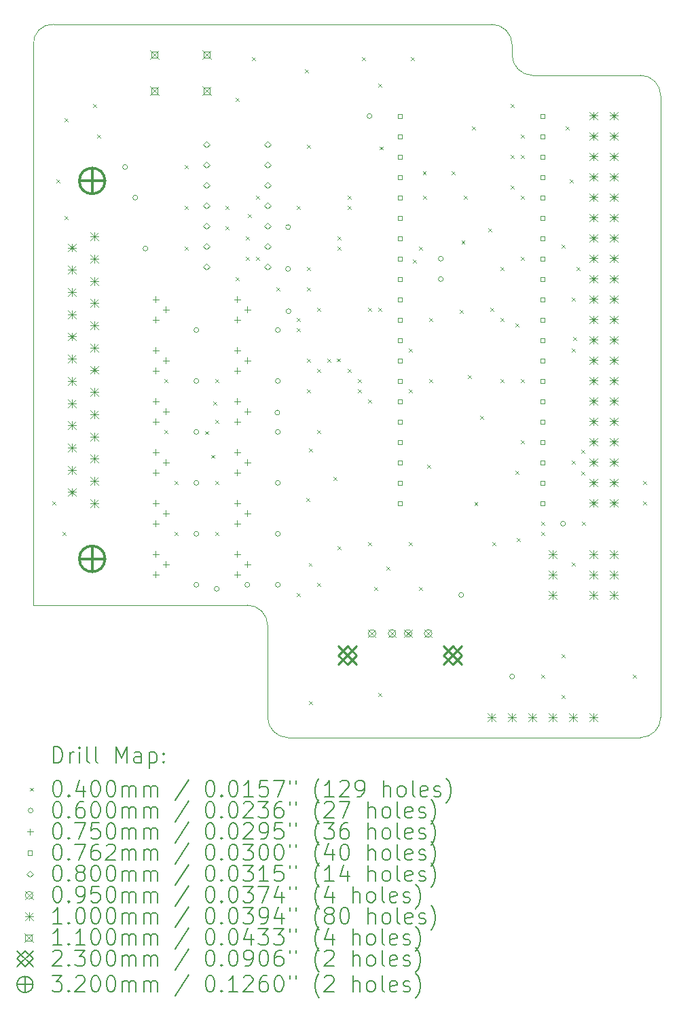
<source format=gbr>
%TF.GenerationSoftware,KiCad,Pcbnew,(6.0.7)*%
%TF.CreationDate,2022-10-09T19:07:13-07:00*%
%TF.ProjectId,PicoBOB,5069636f-424f-4422-9e6b-696361645f70,rev?*%
%TF.SameCoordinates,Original*%
%TF.FileFunction,Drillmap*%
%TF.FilePolarity,Positive*%
%FSLAX45Y45*%
G04 Gerber Fmt 4.5, Leading zero omitted, Abs format (unit mm)*
G04 Created by KiCad (PCBNEW (6.0.7)) date 2022-10-09 19:07:13*
%MOMM*%
%LPD*%
G01*
G04 APERTURE LIST*
%ADD10C,0.100000*%
%ADD11C,0.200000*%
%ADD12C,0.040000*%
%ADD13C,0.060000*%
%ADD14C,0.075000*%
%ADD15C,0.076200*%
%ADD16C,0.080000*%
%ADD17C,0.095000*%
%ADD18C,0.110000*%
%ADD19C,0.230000*%
%ADD20C,0.320000*%
G04 APERTURE END LIST*
D10*
X11303000Y-10033000D02*
G75*
G03*
X11049000Y-9779000I-254000J0D01*
G01*
X8255000Y-18415000D02*
X8255000Y-17272000D01*
X11303000Y-10033000D02*
X11303000Y-10160000D01*
X8255000Y-18415000D02*
G75*
G03*
X8509000Y-18669000I254000J0D01*
G01*
X12901395Y-10414000D02*
X11557000Y-10414000D01*
X13155395Y-10668000D02*
X13155395Y-18415000D01*
X12901395Y-18669000D02*
X8509000Y-18669000D01*
X5334000Y-17018000D02*
X5334000Y-10033000D01*
X11303000Y-10160000D02*
G75*
G03*
X11557000Y-10414000I254000J0D01*
G01*
X12901395Y-18669005D02*
G75*
G03*
X13155395Y-18415000I-5J254005D01*
G01*
X5588000Y-9779000D02*
X11049000Y-9779000D01*
X5588000Y-9779000D02*
G75*
G03*
X5334000Y-10033000I-16330J-237670D01*
G01*
X8255000Y-17272000D02*
G75*
G03*
X8001000Y-17018000I-254000J0D01*
G01*
X13155390Y-10668000D02*
G75*
G03*
X12901395Y-10414000I-254000J0D01*
G01*
X8001000Y-17018000D02*
X5334000Y-17018000D01*
D11*
D12*
X5568000Y-15728000D02*
X5608000Y-15768000D01*
X5608000Y-15728000D02*
X5568000Y-15768000D01*
X5618800Y-11714800D02*
X5658800Y-11754800D01*
X5658800Y-11714800D02*
X5618800Y-11754800D01*
X5695000Y-16109000D02*
X5735000Y-16149000D01*
X5735000Y-16109000D02*
X5695000Y-16149000D01*
X5720400Y-10952800D02*
X5760400Y-10992800D01*
X5760400Y-10952800D02*
X5720400Y-10992800D01*
X5720400Y-12172000D02*
X5760400Y-12212000D01*
X5760400Y-12172000D02*
X5720400Y-12212000D01*
X6076000Y-10775000D02*
X6116000Y-10815000D01*
X6116000Y-10775000D02*
X6076000Y-10815000D01*
X6126800Y-11156000D02*
X6166800Y-11196000D01*
X6166800Y-11156000D02*
X6126800Y-11196000D01*
X6965000Y-14204000D02*
X7005000Y-14244000D01*
X7005000Y-14204000D02*
X6965000Y-14244000D01*
X6965000Y-14839000D02*
X7005000Y-14879000D01*
X7005000Y-14839000D02*
X6965000Y-14879000D01*
X7092000Y-15474000D02*
X7132000Y-15514000D01*
X7132000Y-15474000D02*
X7092000Y-15514000D01*
X7092000Y-16109000D02*
X7132000Y-16149000D01*
X7132000Y-16109000D02*
X7092000Y-16149000D01*
X7219000Y-11537000D02*
X7259000Y-11577000D01*
X7259000Y-11537000D02*
X7219000Y-11577000D01*
X7219000Y-12045000D02*
X7259000Y-12085000D01*
X7259000Y-12045000D02*
X7219000Y-12085000D01*
X7219000Y-12553000D02*
X7259000Y-12593000D01*
X7259000Y-12553000D02*
X7219000Y-12593000D01*
X7475433Y-14849499D02*
X7515433Y-14889499D01*
X7515433Y-14849499D02*
X7475433Y-14889499D01*
X7548770Y-15144230D02*
X7588770Y-15184230D01*
X7588770Y-15144230D02*
X7548770Y-15184230D01*
X7580000Y-14480000D02*
X7620000Y-14520000D01*
X7620000Y-14480000D02*
X7580000Y-14520000D01*
X7600000Y-14204000D02*
X7640000Y-14244000D01*
X7640000Y-14204000D02*
X7600000Y-14244000D01*
X7600000Y-14712000D02*
X7640000Y-14752000D01*
X7640000Y-14712000D02*
X7600000Y-14752000D01*
X7600000Y-15474000D02*
X7640000Y-15514000D01*
X7640000Y-15474000D02*
X7600000Y-15514000D01*
X7600000Y-16109000D02*
X7640000Y-16149000D01*
X7640000Y-16109000D02*
X7600000Y-16149000D01*
X7727000Y-12045000D02*
X7767000Y-12085000D01*
X7767000Y-12045000D02*
X7727000Y-12085000D01*
X7727000Y-12299000D02*
X7767000Y-12339000D01*
X7767000Y-12299000D02*
X7727000Y-12339000D01*
X7854000Y-10698800D02*
X7894000Y-10738800D01*
X7894000Y-10698800D02*
X7854000Y-10738800D01*
X7854000Y-12934000D02*
X7894000Y-12974000D01*
X7894000Y-12934000D02*
X7854000Y-12974000D01*
X7981000Y-12426000D02*
X8021000Y-12466000D01*
X8021000Y-12426000D02*
X7981000Y-12466000D01*
X7981000Y-12680000D02*
X8021000Y-12720000D01*
X8021000Y-12680000D02*
X7981000Y-12720000D01*
X8008000Y-12145000D02*
X8048000Y-12185000D01*
X8048000Y-12145000D02*
X8008000Y-12185000D01*
X8057200Y-10190800D02*
X8097200Y-10230800D01*
X8097200Y-10190800D02*
X8057200Y-10230800D01*
X8108000Y-11918000D02*
X8148000Y-11958000D01*
X8148000Y-11918000D02*
X8108000Y-11958000D01*
X8108000Y-12680000D02*
X8148000Y-12720000D01*
X8148000Y-12680000D02*
X8108000Y-12720000D01*
X8362000Y-13061000D02*
X8402000Y-13101000D01*
X8402000Y-13061000D02*
X8362000Y-13101000D01*
X8616000Y-12045000D02*
X8656000Y-12085000D01*
X8656000Y-12045000D02*
X8616000Y-12085000D01*
X8616000Y-13442000D02*
X8656000Y-13482000D01*
X8656000Y-13442000D02*
X8616000Y-13482000D01*
X8616000Y-13569000D02*
X8656000Y-13609000D01*
X8656000Y-13569000D02*
X8616000Y-13609000D01*
X8616000Y-16871000D02*
X8656000Y-16911000D01*
X8656000Y-16871000D02*
X8616000Y-16911000D01*
X8717600Y-10343200D02*
X8757600Y-10383200D01*
X8757600Y-10343200D02*
X8717600Y-10383200D01*
X8735383Y-15682782D02*
X8775383Y-15722782D01*
X8775383Y-15682782D02*
X8735383Y-15722782D01*
X8743000Y-11283000D02*
X8783000Y-11323000D01*
X8783000Y-11283000D02*
X8743000Y-11323000D01*
X8743000Y-12807000D02*
X8783000Y-12847000D01*
X8783000Y-12807000D02*
X8743000Y-12847000D01*
X8743000Y-13061000D02*
X8783000Y-13101000D01*
X8783000Y-13061000D02*
X8743000Y-13101000D01*
X8743000Y-13950000D02*
X8783000Y-13990000D01*
X8783000Y-13950000D02*
X8743000Y-13990000D01*
X8743000Y-14331000D02*
X8783000Y-14371000D01*
X8783000Y-14331000D02*
X8743000Y-14371000D01*
X8766157Y-16490595D02*
X8806157Y-16530595D01*
X8806157Y-16490595D02*
X8766157Y-16530595D01*
X8768400Y-15067600D02*
X8808400Y-15107600D01*
X8808400Y-15067600D02*
X8768400Y-15107600D01*
X8768400Y-18217200D02*
X8808400Y-18257200D01*
X8808400Y-18217200D02*
X8768400Y-18257200D01*
X8870000Y-13315000D02*
X8910000Y-13355000D01*
X8910000Y-13315000D02*
X8870000Y-13355000D01*
X8870000Y-14077000D02*
X8910000Y-14117000D01*
X8910000Y-14077000D02*
X8870000Y-14117000D01*
X8870000Y-14839000D02*
X8910000Y-14879000D01*
X8910000Y-14839000D02*
X8870000Y-14879000D01*
X8870000Y-16744000D02*
X8910000Y-16784000D01*
X8910000Y-16744000D02*
X8870000Y-16784000D01*
X8997000Y-13950000D02*
X9037000Y-13990000D01*
X9037000Y-13950000D02*
X8997000Y-13990000D01*
X9073200Y-15423200D02*
X9113200Y-15463200D01*
X9113200Y-15423200D02*
X9073200Y-15463200D01*
X9116756Y-13942756D02*
X9156756Y-13982756D01*
X9156756Y-13942756D02*
X9116756Y-13982756D01*
X9124000Y-12553000D02*
X9164000Y-12593000D01*
X9164000Y-12553000D02*
X9124000Y-12593000D01*
X9124000Y-16286800D02*
X9164000Y-16326800D01*
X9164000Y-16286800D02*
X9124000Y-16326800D01*
X9126950Y-12426000D02*
X9166950Y-12466000D01*
X9166950Y-12426000D02*
X9126950Y-12466000D01*
X9251000Y-11918000D02*
X9291000Y-11958000D01*
X9291000Y-11918000D02*
X9251000Y-11958000D01*
X9251000Y-12045000D02*
X9291000Y-12085000D01*
X9291000Y-12045000D02*
X9251000Y-12085000D01*
X9251000Y-14077000D02*
X9291000Y-14117000D01*
X9291000Y-14077000D02*
X9251000Y-14117000D01*
X9378000Y-14204000D02*
X9418000Y-14244000D01*
X9418000Y-14204000D02*
X9378000Y-14244000D01*
X9378000Y-14331000D02*
X9418000Y-14371000D01*
X9418000Y-14331000D02*
X9378000Y-14371000D01*
X9428800Y-10190800D02*
X9468800Y-10230800D01*
X9468800Y-10190800D02*
X9428800Y-10230800D01*
X9505000Y-13315000D02*
X9545000Y-13355000D01*
X9545000Y-13315000D02*
X9505000Y-13355000D01*
X9505000Y-14458000D02*
X9545000Y-14498000D01*
X9545000Y-14458000D02*
X9505000Y-14498000D01*
X9505000Y-16236000D02*
X9545000Y-16276000D01*
X9545000Y-16236000D02*
X9505000Y-16276000D01*
X9581200Y-16794800D02*
X9621200Y-16834800D01*
X9621200Y-16794800D02*
X9581200Y-16834800D01*
X9632000Y-10521000D02*
X9672000Y-10561000D01*
X9672000Y-10521000D02*
X9632000Y-10561000D01*
X9632000Y-13315000D02*
X9672000Y-13355000D01*
X9672000Y-13315000D02*
X9632000Y-13355000D01*
X9632000Y-18115600D02*
X9672000Y-18155600D01*
X9672000Y-18115600D02*
X9632000Y-18155600D01*
X9651515Y-11302514D02*
X9691515Y-11342514D01*
X9691515Y-11302514D02*
X9651515Y-11342514D01*
X9732968Y-16539320D02*
X9772968Y-16579320D01*
X9772968Y-16539320D02*
X9732968Y-16579320D01*
X10013000Y-13823000D02*
X10053000Y-13863000D01*
X10053000Y-13823000D02*
X10013000Y-13863000D01*
X10013000Y-14331000D02*
X10053000Y-14371000D01*
X10053000Y-14331000D02*
X10013000Y-14371000D01*
X10013000Y-16236000D02*
X10053000Y-16276000D01*
X10053000Y-16236000D02*
X10013000Y-16276000D01*
X10038400Y-10190800D02*
X10078400Y-10230800D01*
X10078400Y-10190800D02*
X10038400Y-10230800D01*
X10069256Y-12711715D02*
X10109256Y-12751715D01*
X10109256Y-12711715D02*
X10069256Y-12751715D01*
X10140000Y-12553000D02*
X10180000Y-12593000D01*
X10180000Y-12553000D02*
X10140000Y-12593000D01*
X10140000Y-16794800D02*
X10180000Y-16834800D01*
X10180000Y-16794800D02*
X10140000Y-16834800D01*
X10189580Y-11612710D02*
X10229580Y-11652710D01*
X10229580Y-11612710D02*
X10189580Y-11652710D01*
X10190800Y-11918000D02*
X10230800Y-11958000D01*
X10230800Y-11918000D02*
X10190800Y-11958000D01*
X10241600Y-15270800D02*
X10281600Y-15310800D01*
X10281600Y-15270800D02*
X10241600Y-15310800D01*
X10267000Y-13442000D02*
X10307000Y-13482000D01*
X10307000Y-13442000D02*
X10267000Y-13482000D01*
X10267000Y-14204000D02*
X10307000Y-14244000D01*
X10307000Y-14204000D02*
X10267000Y-14244000D01*
X10546400Y-11613200D02*
X10586400Y-11653200D01*
X10586400Y-11613200D02*
X10546400Y-11653200D01*
X10648000Y-13340400D02*
X10688000Y-13380400D01*
X10688000Y-13340400D02*
X10648000Y-13380400D01*
X10671570Y-12472045D02*
X10711570Y-12512045D01*
X10711570Y-12472045D02*
X10671570Y-12512045D01*
X10698800Y-11918000D02*
X10738800Y-11958000D01*
X10738800Y-11918000D02*
X10698800Y-11958000D01*
X10749600Y-14153200D02*
X10789600Y-14193200D01*
X10789600Y-14153200D02*
X10749600Y-14193200D01*
X10800400Y-11054400D02*
X10840400Y-11094400D01*
X10840400Y-11054400D02*
X10800400Y-11094400D01*
X10833133Y-15736636D02*
X10873133Y-15776636D01*
X10873133Y-15736636D02*
X10833133Y-15776636D01*
X10902000Y-14661200D02*
X10942000Y-14701200D01*
X10942000Y-14661200D02*
X10902000Y-14701200D01*
X11003600Y-12324400D02*
X11043600Y-12364400D01*
X11043600Y-12324400D02*
X11003600Y-12364400D01*
X11029000Y-13315000D02*
X11069000Y-13355000D01*
X11069000Y-13315000D02*
X11029000Y-13355000D01*
X11054400Y-16236000D02*
X11094400Y-16276000D01*
X11094400Y-16236000D02*
X11054400Y-16276000D01*
X11156000Y-12807000D02*
X11196000Y-12847000D01*
X11196000Y-12807000D02*
X11156000Y-12847000D01*
X11156000Y-13442000D02*
X11196000Y-13482000D01*
X11196000Y-13442000D02*
X11156000Y-13482000D01*
X11156000Y-14204000D02*
X11196000Y-14244000D01*
X11196000Y-14204000D02*
X11156000Y-14244000D01*
X11283000Y-10775000D02*
X11323000Y-10815000D01*
X11323000Y-10775000D02*
X11283000Y-10815000D01*
X11283000Y-11410000D02*
X11323000Y-11450000D01*
X11323000Y-11410000D02*
X11283000Y-11450000D01*
X11283000Y-11791000D02*
X11323000Y-11831000D01*
X11323000Y-11791000D02*
X11283000Y-11831000D01*
X11345407Y-13504407D02*
X11385407Y-13544407D01*
X11385407Y-13504407D02*
X11345407Y-13544407D01*
X11346500Y-15347000D02*
X11386500Y-15387000D01*
X11386500Y-15347000D02*
X11346500Y-15387000D01*
X11359200Y-16185200D02*
X11399200Y-16225200D01*
X11399200Y-16185200D02*
X11359200Y-16225200D01*
X11410000Y-11156000D02*
X11450000Y-11196000D01*
X11450000Y-11156000D02*
X11410000Y-11196000D01*
X11410000Y-11410000D02*
X11450000Y-11450000D01*
X11450000Y-11410000D02*
X11410000Y-11450000D01*
X11410000Y-11918000D02*
X11450000Y-11958000D01*
X11450000Y-11918000D02*
X11410000Y-11958000D01*
X11410000Y-12680000D02*
X11450000Y-12720000D01*
X11450000Y-12680000D02*
X11410000Y-12720000D01*
X11410000Y-14204000D02*
X11450000Y-14244000D01*
X11450000Y-14204000D02*
X11410000Y-14244000D01*
X11410000Y-14966000D02*
X11450000Y-15006000D01*
X11450000Y-14966000D02*
X11410000Y-15006000D01*
X11664000Y-15982000D02*
X11704000Y-16022000D01*
X11704000Y-15982000D02*
X11664000Y-16022000D01*
X11664000Y-16109000D02*
X11704000Y-16149000D01*
X11704000Y-16109000D02*
X11664000Y-16149000D01*
X11664000Y-17887000D02*
X11704000Y-17927000D01*
X11704000Y-17887000D02*
X11664000Y-17927000D01*
X11918000Y-12527600D02*
X11958000Y-12567600D01*
X11958000Y-12527600D02*
X11918000Y-12567600D01*
X11918000Y-17633000D02*
X11958000Y-17673000D01*
X11958000Y-17633000D02*
X11918000Y-17673000D01*
X11918000Y-18141000D02*
X11958000Y-18181000D01*
X11958000Y-18141000D02*
X11918000Y-18181000D01*
X11968800Y-11054400D02*
X12008800Y-11094400D01*
X12008800Y-11054400D02*
X11968800Y-11094400D01*
X12019600Y-11714800D02*
X12059600Y-11754800D01*
X12059600Y-11714800D02*
X12019600Y-11754800D01*
X12045000Y-13188000D02*
X12085000Y-13228000D01*
X12085000Y-13188000D02*
X12045000Y-13228000D01*
X12045000Y-13823000D02*
X12085000Y-13863000D01*
X12085000Y-13823000D02*
X12045000Y-13863000D01*
X12045000Y-15220000D02*
X12085000Y-15260000D01*
X12085000Y-15220000D02*
X12045000Y-15260000D01*
X12045000Y-16490000D02*
X12085000Y-16530000D01*
X12085000Y-16490000D02*
X12045000Y-16530000D01*
X12065133Y-13675867D02*
X12105133Y-13715867D01*
X12105133Y-13675867D02*
X12065133Y-13715867D01*
X12108500Y-12807000D02*
X12148500Y-12847000D01*
X12148500Y-12807000D02*
X12108500Y-12847000D01*
X12163185Y-15084185D02*
X12203185Y-15124185D01*
X12203185Y-15084185D02*
X12163185Y-15124185D01*
X12166185Y-15352815D02*
X12206185Y-15392815D01*
X12206185Y-15352815D02*
X12166185Y-15392815D01*
X12172000Y-15982000D02*
X12212000Y-16022000D01*
X12212000Y-15982000D02*
X12172000Y-16022000D01*
X12807000Y-17887000D02*
X12847000Y-17927000D01*
X12847000Y-17887000D02*
X12807000Y-17927000D01*
X12934000Y-15474000D02*
X12974000Y-15514000D01*
X12974000Y-15474000D02*
X12934000Y-15514000D01*
X12934000Y-15728000D02*
X12974000Y-15768000D01*
X12974000Y-15728000D02*
X12934000Y-15768000D01*
D13*
X6507000Y-11557000D02*
G75*
G03*
X6507000Y-11557000I-30000J0D01*
G01*
X6634000Y-11938000D02*
G75*
G03*
X6634000Y-11938000I-30000J0D01*
G01*
X6761000Y-12573000D02*
G75*
G03*
X6761000Y-12573000I-30000J0D01*
G01*
X7396000Y-13589000D02*
G75*
G03*
X7396000Y-13589000I-30000J0D01*
G01*
X7396000Y-14224000D02*
G75*
G03*
X7396000Y-14224000I-30000J0D01*
G01*
X7396000Y-14859000D02*
G75*
G03*
X7396000Y-14859000I-30000J0D01*
G01*
X7396000Y-15494000D02*
G75*
G03*
X7396000Y-15494000I-30000J0D01*
G01*
X7396000Y-16129000D02*
G75*
G03*
X7396000Y-16129000I-30000J0D01*
G01*
X7396000Y-16764000D02*
G75*
G03*
X7396000Y-16764000I-30000J0D01*
G01*
X7650000Y-16814800D02*
G75*
G03*
X7650000Y-16814800I-30000J0D01*
G01*
X8031000Y-16764000D02*
G75*
G03*
X8031000Y-16764000I-30000J0D01*
G01*
X8405873Y-14618222D02*
G75*
G03*
X8405873Y-14618222I-30000J0D01*
G01*
X8412000Y-13589000D02*
G75*
G03*
X8412000Y-13589000I-30000J0D01*
G01*
X8412000Y-14224000D02*
G75*
G03*
X8412000Y-14224000I-30000J0D01*
G01*
X8412000Y-14859000D02*
G75*
G03*
X8412000Y-14859000I-30000J0D01*
G01*
X8412000Y-15494000D02*
G75*
G03*
X8412000Y-15494000I-30000J0D01*
G01*
X8412000Y-16129000D02*
G75*
G03*
X8412000Y-16129000I-30000J0D01*
G01*
X8412000Y-16764000D02*
G75*
G03*
X8412000Y-16764000I-30000J0D01*
G01*
X8539000Y-12306050D02*
G75*
G03*
X8539000Y-12306050I-30000J0D01*
G01*
X8539000Y-12827000D02*
G75*
G03*
X8539000Y-12827000I-30000J0D01*
G01*
X8543690Y-13355241D02*
G75*
G03*
X8543690Y-13355241I-30000J0D01*
G01*
X9555000Y-10922000D02*
G75*
G03*
X9555000Y-10922000I-30000J0D01*
G01*
X10444000Y-12700000D02*
G75*
G03*
X10444000Y-12700000I-30000J0D01*
G01*
X10444000Y-12954000D02*
G75*
G03*
X10444000Y-12954000I-30000J0D01*
G01*
X10698000Y-16891000D02*
G75*
G03*
X10698000Y-16891000I-30000J0D01*
G01*
X11333000Y-17907000D02*
G75*
G03*
X11333000Y-17907000I-30000J0D01*
G01*
X11968000Y-16002000D02*
G75*
G03*
X11968000Y-16002000I-30000J0D01*
G01*
D14*
X6858000Y-13170500D02*
X6858000Y-13245500D01*
X6820500Y-13208000D02*
X6895500Y-13208000D01*
X6858000Y-13424500D02*
X6858000Y-13499500D01*
X6820500Y-13462000D02*
X6895500Y-13462000D01*
X6858000Y-13805500D02*
X6858000Y-13880500D01*
X6820500Y-13843000D02*
X6895500Y-13843000D01*
X6858000Y-14059500D02*
X6858000Y-14134500D01*
X6820500Y-14097000D02*
X6895500Y-14097000D01*
X6858000Y-14440500D02*
X6858000Y-14515500D01*
X6820500Y-14478000D02*
X6895500Y-14478000D01*
X6858000Y-14694500D02*
X6858000Y-14769500D01*
X6820500Y-14732000D02*
X6895500Y-14732000D01*
X6858000Y-15075500D02*
X6858000Y-15150500D01*
X6820500Y-15113000D02*
X6895500Y-15113000D01*
X6858000Y-15329500D02*
X6858000Y-15404500D01*
X6820500Y-15367000D02*
X6895500Y-15367000D01*
X6858000Y-15710500D02*
X6858000Y-15785500D01*
X6820500Y-15748000D02*
X6895500Y-15748000D01*
X6858000Y-15964500D02*
X6858000Y-16039500D01*
X6820500Y-16002000D02*
X6895500Y-16002000D01*
X6858000Y-16345500D02*
X6858000Y-16420500D01*
X6820500Y-16383000D02*
X6895500Y-16383000D01*
X6858000Y-16599500D02*
X6858000Y-16674500D01*
X6820500Y-16637000D02*
X6895500Y-16637000D01*
X6985000Y-13297500D02*
X6985000Y-13372500D01*
X6947500Y-13335000D02*
X7022500Y-13335000D01*
X6985000Y-13932500D02*
X6985000Y-14007500D01*
X6947500Y-13970000D02*
X7022500Y-13970000D01*
X6985000Y-14567500D02*
X6985000Y-14642500D01*
X6947500Y-14605000D02*
X7022500Y-14605000D01*
X6985000Y-15202500D02*
X6985000Y-15277500D01*
X6947500Y-15240000D02*
X7022500Y-15240000D01*
X6985000Y-15837500D02*
X6985000Y-15912500D01*
X6947500Y-15875000D02*
X7022500Y-15875000D01*
X6985000Y-16472500D02*
X6985000Y-16547500D01*
X6947500Y-16510000D02*
X7022500Y-16510000D01*
X7874000Y-13170500D02*
X7874000Y-13245500D01*
X7836500Y-13208000D02*
X7911500Y-13208000D01*
X7874000Y-13424500D02*
X7874000Y-13499500D01*
X7836500Y-13462000D02*
X7911500Y-13462000D01*
X7874000Y-13805500D02*
X7874000Y-13880500D01*
X7836500Y-13843000D02*
X7911500Y-13843000D01*
X7874000Y-14059500D02*
X7874000Y-14134500D01*
X7836500Y-14097000D02*
X7911500Y-14097000D01*
X7874000Y-14440500D02*
X7874000Y-14515500D01*
X7836500Y-14478000D02*
X7911500Y-14478000D01*
X7874000Y-14694500D02*
X7874000Y-14769500D01*
X7836500Y-14732000D02*
X7911500Y-14732000D01*
X7874000Y-15075500D02*
X7874000Y-15150500D01*
X7836500Y-15113000D02*
X7911500Y-15113000D01*
X7874000Y-15329500D02*
X7874000Y-15404500D01*
X7836500Y-15367000D02*
X7911500Y-15367000D01*
X7874000Y-15710500D02*
X7874000Y-15785500D01*
X7836500Y-15748000D02*
X7911500Y-15748000D01*
X7874000Y-15964500D02*
X7874000Y-16039500D01*
X7836500Y-16002000D02*
X7911500Y-16002000D01*
X7874000Y-16345500D02*
X7874000Y-16420500D01*
X7836500Y-16383000D02*
X7911500Y-16383000D01*
X7874000Y-16599500D02*
X7874000Y-16674500D01*
X7836500Y-16637000D02*
X7911500Y-16637000D01*
X8001000Y-13297500D02*
X8001000Y-13372500D01*
X7963500Y-13335000D02*
X8038500Y-13335000D01*
X8001000Y-13932500D02*
X8001000Y-14007500D01*
X7963500Y-13970000D02*
X8038500Y-13970000D01*
X8001000Y-14567500D02*
X8001000Y-14642500D01*
X7963500Y-14605000D02*
X8038500Y-14605000D01*
X8001000Y-15202500D02*
X8001000Y-15277500D01*
X7963500Y-15240000D02*
X8038500Y-15240000D01*
X8001000Y-15837500D02*
X8001000Y-15912500D01*
X7963500Y-15875000D02*
X8038500Y-15875000D01*
X8001000Y-16472500D02*
X8001000Y-16547500D01*
X7963500Y-16510000D02*
X8038500Y-16510000D01*
D15*
X9932941Y-10948941D02*
X9932941Y-10895059D01*
X9879059Y-10895059D01*
X9879059Y-10948941D01*
X9932941Y-10948941D01*
X9932941Y-11202941D02*
X9932941Y-11149059D01*
X9879059Y-11149059D01*
X9879059Y-11202941D01*
X9932941Y-11202941D01*
X9932941Y-11456941D02*
X9932941Y-11403059D01*
X9879059Y-11403059D01*
X9879059Y-11456941D01*
X9932941Y-11456941D01*
X9932941Y-11710941D02*
X9932941Y-11657059D01*
X9879059Y-11657059D01*
X9879059Y-11710941D01*
X9932941Y-11710941D01*
X9932941Y-11964941D02*
X9932941Y-11911059D01*
X9879059Y-11911059D01*
X9879059Y-11964941D01*
X9932941Y-11964941D01*
X9932941Y-12218941D02*
X9932941Y-12165059D01*
X9879059Y-12165059D01*
X9879059Y-12218941D01*
X9932941Y-12218941D01*
X9932941Y-12472941D02*
X9932941Y-12419059D01*
X9879059Y-12419059D01*
X9879059Y-12472941D01*
X9932941Y-12472941D01*
X9932941Y-12726941D02*
X9932941Y-12673059D01*
X9879059Y-12673059D01*
X9879059Y-12726941D01*
X9932941Y-12726941D01*
X9932941Y-12980941D02*
X9932941Y-12927059D01*
X9879059Y-12927059D01*
X9879059Y-12980941D01*
X9932941Y-12980941D01*
X9932941Y-13234941D02*
X9932941Y-13181059D01*
X9879059Y-13181059D01*
X9879059Y-13234941D01*
X9932941Y-13234941D01*
X9932941Y-13488941D02*
X9932941Y-13435059D01*
X9879059Y-13435059D01*
X9879059Y-13488941D01*
X9932941Y-13488941D01*
X9932941Y-13742941D02*
X9932941Y-13689059D01*
X9879059Y-13689059D01*
X9879059Y-13742941D01*
X9932941Y-13742941D01*
X9932941Y-13996941D02*
X9932941Y-13943059D01*
X9879059Y-13943059D01*
X9879059Y-13996941D01*
X9932941Y-13996941D01*
X9932941Y-14250941D02*
X9932941Y-14197059D01*
X9879059Y-14197059D01*
X9879059Y-14250941D01*
X9932941Y-14250941D01*
X9932941Y-14504941D02*
X9932941Y-14451059D01*
X9879059Y-14451059D01*
X9879059Y-14504941D01*
X9932941Y-14504941D01*
X9932941Y-14758941D02*
X9932941Y-14705059D01*
X9879059Y-14705059D01*
X9879059Y-14758941D01*
X9932941Y-14758941D01*
X9932941Y-15012941D02*
X9932941Y-14959059D01*
X9879059Y-14959059D01*
X9879059Y-15012941D01*
X9932941Y-15012941D01*
X9932941Y-15266941D02*
X9932941Y-15213059D01*
X9879059Y-15213059D01*
X9879059Y-15266941D01*
X9932941Y-15266941D01*
X9932941Y-15520941D02*
X9932941Y-15467059D01*
X9879059Y-15467059D01*
X9879059Y-15520941D01*
X9932941Y-15520941D01*
X9932941Y-15774941D02*
X9932941Y-15721059D01*
X9879059Y-15721059D01*
X9879059Y-15774941D01*
X9932941Y-15774941D01*
X11710941Y-10948941D02*
X11710941Y-10895059D01*
X11657059Y-10895059D01*
X11657059Y-10948941D01*
X11710941Y-10948941D01*
X11710941Y-11202941D02*
X11710941Y-11149059D01*
X11657059Y-11149059D01*
X11657059Y-11202941D01*
X11710941Y-11202941D01*
X11710941Y-11456941D02*
X11710941Y-11403059D01*
X11657059Y-11403059D01*
X11657059Y-11456941D01*
X11710941Y-11456941D01*
X11710941Y-11710941D02*
X11710941Y-11657059D01*
X11657059Y-11657059D01*
X11657059Y-11710941D01*
X11710941Y-11710941D01*
X11710941Y-11964941D02*
X11710941Y-11911059D01*
X11657059Y-11911059D01*
X11657059Y-11964941D01*
X11710941Y-11964941D01*
X11710941Y-12218941D02*
X11710941Y-12165059D01*
X11657059Y-12165059D01*
X11657059Y-12218941D01*
X11710941Y-12218941D01*
X11710941Y-12472941D02*
X11710941Y-12419059D01*
X11657059Y-12419059D01*
X11657059Y-12472941D01*
X11710941Y-12472941D01*
X11710941Y-12726941D02*
X11710941Y-12673059D01*
X11657059Y-12673059D01*
X11657059Y-12726941D01*
X11710941Y-12726941D01*
X11710941Y-12980941D02*
X11710941Y-12927059D01*
X11657059Y-12927059D01*
X11657059Y-12980941D01*
X11710941Y-12980941D01*
X11710941Y-13234941D02*
X11710941Y-13181059D01*
X11657059Y-13181059D01*
X11657059Y-13234941D01*
X11710941Y-13234941D01*
X11710941Y-13488941D02*
X11710941Y-13435059D01*
X11657059Y-13435059D01*
X11657059Y-13488941D01*
X11710941Y-13488941D01*
X11710941Y-13742941D02*
X11710941Y-13689059D01*
X11657059Y-13689059D01*
X11657059Y-13742941D01*
X11710941Y-13742941D01*
X11710941Y-13996941D02*
X11710941Y-13943059D01*
X11657059Y-13943059D01*
X11657059Y-13996941D01*
X11710941Y-13996941D01*
X11710941Y-14250941D02*
X11710941Y-14197059D01*
X11657059Y-14197059D01*
X11657059Y-14250941D01*
X11710941Y-14250941D01*
X11710941Y-14504941D02*
X11710941Y-14451059D01*
X11657059Y-14451059D01*
X11657059Y-14504941D01*
X11710941Y-14504941D01*
X11710941Y-14758941D02*
X11710941Y-14705059D01*
X11657059Y-14705059D01*
X11657059Y-14758941D01*
X11710941Y-14758941D01*
X11710941Y-15012941D02*
X11710941Y-14959059D01*
X11657059Y-14959059D01*
X11657059Y-15012941D01*
X11710941Y-15012941D01*
X11710941Y-15266941D02*
X11710941Y-15213059D01*
X11657059Y-15213059D01*
X11657059Y-15266941D01*
X11710941Y-15266941D01*
X11710941Y-15520941D02*
X11710941Y-15467059D01*
X11657059Y-15467059D01*
X11657059Y-15520941D01*
X11710941Y-15520941D01*
X11710941Y-15774941D02*
X11710941Y-15721059D01*
X11657059Y-15721059D01*
X11657059Y-15774941D01*
X11710941Y-15774941D01*
D16*
X7493000Y-11316000D02*
X7533000Y-11276000D01*
X7493000Y-11236000D01*
X7453000Y-11276000D01*
X7493000Y-11316000D01*
X7493000Y-11570000D02*
X7533000Y-11530000D01*
X7493000Y-11490000D01*
X7453000Y-11530000D01*
X7493000Y-11570000D01*
X7493000Y-11824000D02*
X7533000Y-11784000D01*
X7493000Y-11744000D01*
X7453000Y-11784000D01*
X7493000Y-11824000D01*
X7493000Y-12078000D02*
X7533000Y-12038000D01*
X7493000Y-11998000D01*
X7453000Y-12038000D01*
X7493000Y-12078000D01*
X7493000Y-12332000D02*
X7533000Y-12292000D01*
X7493000Y-12252000D01*
X7453000Y-12292000D01*
X7493000Y-12332000D01*
X7493000Y-12586000D02*
X7533000Y-12546000D01*
X7493000Y-12506000D01*
X7453000Y-12546000D01*
X7493000Y-12586000D01*
X7493000Y-12840000D02*
X7533000Y-12800000D01*
X7493000Y-12760000D01*
X7453000Y-12800000D01*
X7493000Y-12840000D01*
X8255000Y-11316000D02*
X8295000Y-11276000D01*
X8255000Y-11236000D01*
X8215000Y-11276000D01*
X8255000Y-11316000D01*
X8255000Y-11570000D02*
X8295000Y-11530000D01*
X8255000Y-11490000D01*
X8215000Y-11530000D01*
X8255000Y-11570000D01*
X8255000Y-11824000D02*
X8295000Y-11784000D01*
X8255000Y-11744000D01*
X8215000Y-11784000D01*
X8255000Y-11824000D01*
X8255000Y-12078000D02*
X8295000Y-12038000D01*
X8255000Y-11998000D01*
X8215000Y-12038000D01*
X8255000Y-12078000D01*
X8255000Y-12332000D02*
X8295000Y-12292000D01*
X8255000Y-12252000D01*
X8215000Y-12292000D01*
X8255000Y-12332000D01*
X8255000Y-12586000D02*
X8295000Y-12546000D01*
X8255000Y-12506000D01*
X8215000Y-12546000D01*
X8255000Y-12586000D01*
X8255000Y-12840000D02*
X8295000Y-12800000D01*
X8255000Y-12760000D01*
X8215000Y-12800000D01*
X8255000Y-12840000D01*
D17*
X9508500Y-17323500D02*
X9603500Y-17418500D01*
X9603500Y-17323500D02*
X9508500Y-17418500D01*
X9603500Y-17371000D02*
G75*
G03*
X9603500Y-17371000I-47500J0D01*
G01*
X9758500Y-17323500D02*
X9853500Y-17418500D01*
X9853500Y-17323500D02*
X9758500Y-17418500D01*
X9853500Y-17371000D02*
G75*
G03*
X9853500Y-17371000I-47500J0D01*
G01*
X9958500Y-17323500D02*
X10053500Y-17418500D01*
X10053500Y-17323500D02*
X9958500Y-17418500D01*
X10053500Y-17371000D02*
G75*
G03*
X10053500Y-17371000I-47500J0D01*
G01*
X10208500Y-17323500D02*
X10303500Y-17418500D01*
X10303500Y-17323500D02*
X10208500Y-17418500D01*
X10303500Y-17371000D02*
G75*
G03*
X10303500Y-17371000I-47500J0D01*
G01*
D10*
X5762000Y-12512500D02*
X5862000Y-12612500D01*
X5862000Y-12512500D02*
X5762000Y-12612500D01*
X5812000Y-12512500D02*
X5812000Y-12612500D01*
X5762000Y-12562500D02*
X5862000Y-12562500D01*
X5762000Y-12789500D02*
X5862000Y-12889500D01*
X5862000Y-12789500D02*
X5762000Y-12889500D01*
X5812000Y-12789500D02*
X5812000Y-12889500D01*
X5762000Y-12839500D02*
X5862000Y-12839500D01*
X5762000Y-13066500D02*
X5862000Y-13166500D01*
X5862000Y-13066500D02*
X5762000Y-13166500D01*
X5812000Y-13066500D02*
X5812000Y-13166500D01*
X5762000Y-13116500D02*
X5862000Y-13116500D01*
X5762000Y-13343500D02*
X5862000Y-13443500D01*
X5862000Y-13343500D02*
X5762000Y-13443500D01*
X5812000Y-13343500D02*
X5812000Y-13443500D01*
X5762000Y-13393500D02*
X5862000Y-13393500D01*
X5762000Y-13620500D02*
X5862000Y-13720500D01*
X5862000Y-13620500D02*
X5762000Y-13720500D01*
X5812000Y-13620500D02*
X5812000Y-13720500D01*
X5762000Y-13670500D02*
X5862000Y-13670500D01*
X5762000Y-13897500D02*
X5862000Y-13997500D01*
X5862000Y-13897500D02*
X5762000Y-13997500D01*
X5812000Y-13897500D02*
X5812000Y-13997500D01*
X5762000Y-13947500D02*
X5862000Y-13947500D01*
X5762000Y-14174500D02*
X5862000Y-14274500D01*
X5862000Y-14174500D02*
X5762000Y-14274500D01*
X5812000Y-14174500D02*
X5812000Y-14274500D01*
X5762000Y-14224500D02*
X5862000Y-14224500D01*
X5762000Y-14451500D02*
X5862000Y-14551500D01*
X5862000Y-14451500D02*
X5762000Y-14551500D01*
X5812000Y-14451500D02*
X5812000Y-14551500D01*
X5762000Y-14501500D02*
X5862000Y-14501500D01*
X5762000Y-14728500D02*
X5862000Y-14828500D01*
X5862000Y-14728500D02*
X5762000Y-14828500D01*
X5812000Y-14728500D02*
X5812000Y-14828500D01*
X5762000Y-14778500D02*
X5862000Y-14778500D01*
X5762000Y-15005500D02*
X5862000Y-15105500D01*
X5862000Y-15005500D02*
X5762000Y-15105500D01*
X5812000Y-15005500D02*
X5812000Y-15105500D01*
X5762000Y-15055500D02*
X5862000Y-15055500D01*
X5762000Y-15282500D02*
X5862000Y-15382500D01*
X5862000Y-15282500D02*
X5762000Y-15382500D01*
X5812000Y-15282500D02*
X5812000Y-15382500D01*
X5762000Y-15332500D02*
X5862000Y-15332500D01*
X5762000Y-15559500D02*
X5862000Y-15659500D01*
X5862000Y-15559500D02*
X5762000Y-15659500D01*
X5812000Y-15559500D02*
X5812000Y-15659500D01*
X5762000Y-15609500D02*
X5862000Y-15609500D01*
X6046000Y-12374000D02*
X6146000Y-12474000D01*
X6146000Y-12374000D02*
X6046000Y-12474000D01*
X6096000Y-12374000D02*
X6096000Y-12474000D01*
X6046000Y-12424000D02*
X6146000Y-12424000D01*
X6046000Y-12651000D02*
X6146000Y-12751000D01*
X6146000Y-12651000D02*
X6046000Y-12751000D01*
X6096000Y-12651000D02*
X6096000Y-12751000D01*
X6046000Y-12701000D02*
X6146000Y-12701000D01*
X6046000Y-12928000D02*
X6146000Y-13028000D01*
X6146000Y-12928000D02*
X6046000Y-13028000D01*
X6096000Y-12928000D02*
X6096000Y-13028000D01*
X6046000Y-12978000D02*
X6146000Y-12978000D01*
X6046000Y-13205000D02*
X6146000Y-13305000D01*
X6146000Y-13205000D02*
X6046000Y-13305000D01*
X6096000Y-13205000D02*
X6096000Y-13305000D01*
X6046000Y-13255000D02*
X6146000Y-13255000D01*
X6046000Y-13482000D02*
X6146000Y-13582000D01*
X6146000Y-13482000D02*
X6046000Y-13582000D01*
X6096000Y-13482000D02*
X6096000Y-13582000D01*
X6046000Y-13532000D02*
X6146000Y-13532000D01*
X6046000Y-13759000D02*
X6146000Y-13859000D01*
X6146000Y-13759000D02*
X6046000Y-13859000D01*
X6096000Y-13759000D02*
X6096000Y-13859000D01*
X6046000Y-13809000D02*
X6146000Y-13809000D01*
X6046000Y-14036000D02*
X6146000Y-14136000D01*
X6146000Y-14036000D02*
X6046000Y-14136000D01*
X6096000Y-14036000D02*
X6096000Y-14136000D01*
X6046000Y-14086000D02*
X6146000Y-14086000D01*
X6046000Y-14313000D02*
X6146000Y-14413000D01*
X6146000Y-14313000D02*
X6046000Y-14413000D01*
X6096000Y-14313000D02*
X6096000Y-14413000D01*
X6046000Y-14363000D02*
X6146000Y-14363000D01*
X6046000Y-14590000D02*
X6146000Y-14690000D01*
X6146000Y-14590000D02*
X6046000Y-14690000D01*
X6096000Y-14590000D02*
X6096000Y-14690000D01*
X6046000Y-14640000D02*
X6146000Y-14640000D01*
X6046000Y-14867000D02*
X6146000Y-14967000D01*
X6146000Y-14867000D02*
X6046000Y-14967000D01*
X6096000Y-14867000D02*
X6096000Y-14967000D01*
X6046000Y-14917000D02*
X6146000Y-14917000D01*
X6046000Y-15144000D02*
X6146000Y-15244000D01*
X6146000Y-15144000D02*
X6046000Y-15244000D01*
X6096000Y-15144000D02*
X6096000Y-15244000D01*
X6046000Y-15194000D02*
X6146000Y-15194000D01*
X6046000Y-15421000D02*
X6146000Y-15521000D01*
X6146000Y-15421000D02*
X6046000Y-15521000D01*
X6096000Y-15421000D02*
X6096000Y-15521000D01*
X6046000Y-15471000D02*
X6146000Y-15471000D01*
X6046000Y-15698000D02*
X6146000Y-15798000D01*
X6146000Y-15698000D02*
X6046000Y-15798000D01*
X6096000Y-15698000D02*
X6096000Y-15798000D01*
X6046000Y-15748000D02*
X6146000Y-15748000D01*
X10999000Y-18365000D02*
X11099000Y-18465000D01*
X11099000Y-18365000D02*
X10999000Y-18465000D01*
X11049000Y-18365000D02*
X11049000Y-18465000D01*
X10999000Y-18415000D02*
X11099000Y-18415000D01*
X11253000Y-18365000D02*
X11353000Y-18465000D01*
X11353000Y-18365000D02*
X11253000Y-18465000D01*
X11303000Y-18365000D02*
X11303000Y-18465000D01*
X11253000Y-18415000D02*
X11353000Y-18415000D01*
X11507000Y-18365000D02*
X11607000Y-18465000D01*
X11607000Y-18365000D02*
X11507000Y-18465000D01*
X11557000Y-18365000D02*
X11557000Y-18465000D01*
X11507000Y-18415000D02*
X11607000Y-18415000D01*
X11761000Y-16333000D02*
X11861000Y-16433000D01*
X11861000Y-16333000D02*
X11761000Y-16433000D01*
X11811000Y-16333000D02*
X11811000Y-16433000D01*
X11761000Y-16383000D02*
X11861000Y-16383000D01*
X11761000Y-16587000D02*
X11861000Y-16687000D01*
X11861000Y-16587000D02*
X11761000Y-16687000D01*
X11811000Y-16587000D02*
X11811000Y-16687000D01*
X11761000Y-16637000D02*
X11861000Y-16637000D01*
X11761000Y-16841000D02*
X11861000Y-16941000D01*
X11861000Y-16841000D02*
X11761000Y-16941000D01*
X11811000Y-16841000D02*
X11811000Y-16941000D01*
X11761000Y-16891000D02*
X11861000Y-16891000D01*
X11761000Y-18365000D02*
X11861000Y-18465000D01*
X11861000Y-18365000D02*
X11761000Y-18465000D01*
X11811000Y-18365000D02*
X11811000Y-18465000D01*
X11761000Y-18415000D02*
X11861000Y-18415000D01*
X12015000Y-18365000D02*
X12115000Y-18465000D01*
X12115000Y-18365000D02*
X12015000Y-18465000D01*
X12065000Y-18365000D02*
X12065000Y-18465000D01*
X12015000Y-18415000D02*
X12115000Y-18415000D01*
X12269000Y-10869000D02*
X12369000Y-10969000D01*
X12369000Y-10869000D02*
X12269000Y-10969000D01*
X12319000Y-10869000D02*
X12319000Y-10969000D01*
X12269000Y-10919000D02*
X12369000Y-10919000D01*
X12269000Y-11123000D02*
X12369000Y-11223000D01*
X12369000Y-11123000D02*
X12269000Y-11223000D01*
X12319000Y-11123000D02*
X12319000Y-11223000D01*
X12269000Y-11173000D02*
X12369000Y-11173000D01*
X12269000Y-11377000D02*
X12369000Y-11477000D01*
X12369000Y-11377000D02*
X12269000Y-11477000D01*
X12319000Y-11377000D02*
X12319000Y-11477000D01*
X12269000Y-11427000D02*
X12369000Y-11427000D01*
X12269000Y-11631000D02*
X12369000Y-11731000D01*
X12369000Y-11631000D02*
X12269000Y-11731000D01*
X12319000Y-11631000D02*
X12319000Y-11731000D01*
X12269000Y-11681000D02*
X12369000Y-11681000D01*
X12269000Y-11885000D02*
X12369000Y-11985000D01*
X12369000Y-11885000D02*
X12269000Y-11985000D01*
X12319000Y-11885000D02*
X12319000Y-11985000D01*
X12269000Y-11935000D02*
X12369000Y-11935000D01*
X12269000Y-12139000D02*
X12369000Y-12239000D01*
X12369000Y-12139000D02*
X12269000Y-12239000D01*
X12319000Y-12139000D02*
X12319000Y-12239000D01*
X12269000Y-12189000D02*
X12369000Y-12189000D01*
X12269000Y-12393000D02*
X12369000Y-12493000D01*
X12369000Y-12393000D02*
X12269000Y-12493000D01*
X12319000Y-12393000D02*
X12319000Y-12493000D01*
X12269000Y-12443000D02*
X12369000Y-12443000D01*
X12269000Y-12647000D02*
X12369000Y-12747000D01*
X12369000Y-12647000D02*
X12269000Y-12747000D01*
X12319000Y-12647000D02*
X12319000Y-12747000D01*
X12269000Y-12697000D02*
X12369000Y-12697000D01*
X12269000Y-12901000D02*
X12369000Y-13001000D01*
X12369000Y-12901000D02*
X12269000Y-13001000D01*
X12319000Y-12901000D02*
X12319000Y-13001000D01*
X12269000Y-12951000D02*
X12369000Y-12951000D01*
X12269000Y-13155000D02*
X12369000Y-13255000D01*
X12369000Y-13155000D02*
X12269000Y-13255000D01*
X12319000Y-13155000D02*
X12319000Y-13255000D01*
X12269000Y-13205000D02*
X12369000Y-13205000D01*
X12269000Y-13409000D02*
X12369000Y-13509000D01*
X12369000Y-13409000D02*
X12269000Y-13509000D01*
X12319000Y-13409000D02*
X12319000Y-13509000D01*
X12269000Y-13459000D02*
X12369000Y-13459000D01*
X12269000Y-13663000D02*
X12369000Y-13763000D01*
X12369000Y-13663000D02*
X12269000Y-13763000D01*
X12319000Y-13663000D02*
X12319000Y-13763000D01*
X12269000Y-13713000D02*
X12369000Y-13713000D01*
X12269000Y-13917000D02*
X12369000Y-14017000D01*
X12369000Y-13917000D02*
X12269000Y-14017000D01*
X12319000Y-13917000D02*
X12319000Y-14017000D01*
X12269000Y-13967000D02*
X12369000Y-13967000D01*
X12269000Y-14171000D02*
X12369000Y-14271000D01*
X12369000Y-14171000D02*
X12269000Y-14271000D01*
X12319000Y-14171000D02*
X12319000Y-14271000D01*
X12269000Y-14221000D02*
X12369000Y-14221000D01*
X12269000Y-14425000D02*
X12369000Y-14525000D01*
X12369000Y-14425000D02*
X12269000Y-14525000D01*
X12319000Y-14425000D02*
X12319000Y-14525000D01*
X12269000Y-14475000D02*
X12369000Y-14475000D01*
X12269000Y-14679000D02*
X12369000Y-14779000D01*
X12369000Y-14679000D02*
X12269000Y-14779000D01*
X12319000Y-14679000D02*
X12319000Y-14779000D01*
X12269000Y-14729000D02*
X12369000Y-14729000D01*
X12269000Y-14933000D02*
X12369000Y-15033000D01*
X12369000Y-14933000D02*
X12269000Y-15033000D01*
X12319000Y-14933000D02*
X12319000Y-15033000D01*
X12269000Y-14983000D02*
X12369000Y-14983000D01*
X12269000Y-15187000D02*
X12369000Y-15287000D01*
X12369000Y-15187000D02*
X12269000Y-15287000D01*
X12319000Y-15187000D02*
X12319000Y-15287000D01*
X12269000Y-15237000D02*
X12369000Y-15237000D01*
X12269000Y-15441000D02*
X12369000Y-15541000D01*
X12369000Y-15441000D02*
X12269000Y-15541000D01*
X12319000Y-15441000D02*
X12319000Y-15541000D01*
X12269000Y-15491000D02*
X12369000Y-15491000D01*
X12269000Y-15695000D02*
X12369000Y-15795000D01*
X12369000Y-15695000D02*
X12269000Y-15795000D01*
X12319000Y-15695000D02*
X12319000Y-15795000D01*
X12269000Y-15745000D02*
X12369000Y-15745000D01*
X12269000Y-16333000D02*
X12369000Y-16433000D01*
X12369000Y-16333000D02*
X12269000Y-16433000D01*
X12319000Y-16333000D02*
X12319000Y-16433000D01*
X12269000Y-16383000D02*
X12369000Y-16383000D01*
X12269000Y-16587000D02*
X12369000Y-16687000D01*
X12369000Y-16587000D02*
X12269000Y-16687000D01*
X12319000Y-16587000D02*
X12319000Y-16687000D01*
X12269000Y-16637000D02*
X12369000Y-16637000D01*
X12269000Y-16841000D02*
X12369000Y-16941000D01*
X12369000Y-16841000D02*
X12269000Y-16941000D01*
X12319000Y-16841000D02*
X12319000Y-16941000D01*
X12269000Y-16891000D02*
X12369000Y-16891000D01*
X12269000Y-18365000D02*
X12369000Y-18465000D01*
X12369000Y-18365000D02*
X12269000Y-18465000D01*
X12319000Y-18365000D02*
X12319000Y-18465000D01*
X12269000Y-18415000D02*
X12369000Y-18415000D01*
X12523000Y-10869000D02*
X12623000Y-10969000D01*
X12623000Y-10869000D02*
X12523000Y-10969000D01*
X12573000Y-10869000D02*
X12573000Y-10969000D01*
X12523000Y-10919000D02*
X12623000Y-10919000D01*
X12523000Y-11123000D02*
X12623000Y-11223000D01*
X12623000Y-11123000D02*
X12523000Y-11223000D01*
X12573000Y-11123000D02*
X12573000Y-11223000D01*
X12523000Y-11173000D02*
X12623000Y-11173000D01*
X12523000Y-11377000D02*
X12623000Y-11477000D01*
X12623000Y-11377000D02*
X12523000Y-11477000D01*
X12573000Y-11377000D02*
X12573000Y-11477000D01*
X12523000Y-11427000D02*
X12623000Y-11427000D01*
X12523000Y-11631000D02*
X12623000Y-11731000D01*
X12623000Y-11631000D02*
X12523000Y-11731000D01*
X12573000Y-11631000D02*
X12573000Y-11731000D01*
X12523000Y-11681000D02*
X12623000Y-11681000D01*
X12523000Y-11885000D02*
X12623000Y-11985000D01*
X12623000Y-11885000D02*
X12523000Y-11985000D01*
X12573000Y-11885000D02*
X12573000Y-11985000D01*
X12523000Y-11935000D02*
X12623000Y-11935000D01*
X12523000Y-12139000D02*
X12623000Y-12239000D01*
X12623000Y-12139000D02*
X12523000Y-12239000D01*
X12573000Y-12139000D02*
X12573000Y-12239000D01*
X12523000Y-12189000D02*
X12623000Y-12189000D01*
X12523000Y-12393000D02*
X12623000Y-12493000D01*
X12623000Y-12393000D02*
X12523000Y-12493000D01*
X12573000Y-12393000D02*
X12573000Y-12493000D01*
X12523000Y-12443000D02*
X12623000Y-12443000D01*
X12523000Y-12647000D02*
X12623000Y-12747000D01*
X12623000Y-12647000D02*
X12523000Y-12747000D01*
X12573000Y-12647000D02*
X12573000Y-12747000D01*
X12523000Y-12697000D02*
X12623000Y-12697000D01*
X12523000Y-12901000D02*
X12623000Y-13001000D01*
X12623000Y-12901000D02*
X12523000Y-13001000D01*
X12573000Y-12901000D02*
X12573000Y-13001000D01*
X12523000Y-12951000D02*
X12623000Y-12951000D01*
X12523000Y-13155000D02*
X12623000Y-13255000D01*
X12623000Y-13155000D02*
X12523000Y-13255000D01*
X12573000Y-13155000D02*
X12573000Y-13255000D01*
X12523000Y-13205000D02*
X12623000Y-13205000D01*
X12523000Y-13409000D02*
X12623000Y-13509000D01*
X12623000Y-13409000D02*
X12523000Y-13509000D01*
X12573000Y-13409000D02*
X12573000Y-13509000D01*
X12523000Y-13459000D02*
X12623000Y-13459000D01*
X12523000Y-13663000D02*
X12623000Y-13763000D01*
X12623000Y-13663000D02*
X12523000Y-13763000D01*
X12573000Y-13663000D02*
X12573000Y-13763000D01*
X12523000Y-13713000D02*
X12623000Y-13713000D01*
X12523000Y-13917000D02*
X12623000Y-14017000D01*
X12623000Y-13917000D02*
X12523000Y-14017000D01*
X12573000Y-13917000D02*
X12573000Y-14017000D01*
X12523000Y-13967000D02*
X12623000Y-13967000D01*
X12523000Y-14171000D02*
X12623000Y-14271000D01*
X12623000Y-14171000D02*
X12523000Y-14271000D01*
X12573000Y-14171000D02*
X12573000Y-14271000D01*
X12523000Y-14221000D02*
X12623000Y-14221000D01*
X12523000Y-14425000D02*
X12623000Y-14525000D01*
X12623000Y-14425000D02*
X12523000Y-14525000D01*
X12573000Y-14425000D02*
X12573000Y-14525000D01*
X12523000Y-14475000D02*
X12623000Y-14475000D01*
X12523000Y-14679000D02*
X12623000Y-14779000D01*
X12623000Y-14679000D02*
X12523000Y-14779000D01*
X12573000Y-14679000D02*
X12573000Y-14779000D01*
X12523000Y-14729000D02*
X12623000Y-14729000D01*
X12523000Y-14933000D02*
X12623000Y-15033000D01*
X12623000Y-14933000D02*
X12523000Y-15033000D01*
X12573000Y-14933000D02*
X12573000Y-15033000D01*
X12523000Y-14983000D02*
X12623000Y-14983000D01*
X12523000Y-15187000D02*
X12623000Y-15287000D01*
X12623000Y-15187000D02*
X12523000Y-15287000D01*
X12573000Y-15187000D02*
X12573000Y-15287000D01*
X12523000Y-15237000D02*
X12623000Y-15237000D01*
X12523000Y-15441000D02*
X12623000Y-15541000D01*
X12623000Y-15441000D02*
X12523000Y-15541000D01*
X12573000Y-15441000D02*
X12573000Y-15541000D01*
X12523000Y-15491000D02*
X12623000Y-15491000D01*
X12523000Y-15695000D02*
X12623000Y-15795000D01*
X12623000Y-15695000D02*
X12523000Y-15795000D01*
X12573000Y-15695000D02*
X12573000Y-15795000D01*
X12523000Y-15745000D02*
X12623000Y-15745000D01*
X12523000Y-16333000D02*
X12623000Y-16433000D01*
X12623000Y-16333000D02*
X12523000Y-16433000D01*
X12573000Y-16333000D02*
X12573000Y-16433000D01*
X12523000Y-16383000D02*
X12623000Y-16383000D01*
X12523000Y-16587000D02*
X12623000Y-16687000D01*
X12623000Y-16587000D02*
X12523000Y-16687000D01*
X12573000Y-16587000D02*
X12573000Y-16687000D01*
X12523000Y-16637000D02*
X12623000Y-16637000D01*
X12523000Y-16841000D02*
X12623000Y-16941000D01*
X12623000Y-16841000D02*
X12523000Y-16941000D01*
X12573000Y-16841000D02*
X12573000Y-16941000D01*
X12523000Y-16891000D02*
X12623000Y-16891000D01*
D18*
X6788000Y-10105000D02*
X6898000Y-10215000D01*
X6898000Y-10105000D02*
X6788000Y-10215000D01*
X6881891Y-10198891D02*
X6881891Y-10121109D01*
X6804109Y-10121109D01*
X6804109Y-10198891D01*
X6881891Y-10198891D01*
X6788000Y-10555000D02*
X6898000Y-10665000D01*
X6898000Y-10555000D02*
X6788000Y-10665000D01*
X6881891Y-10648891D02*
X6881891Y-10571109D01*
X6804109Y-10571109D01*
X6804109Y-10648891D01*
X6881891Y-10648891D01*
X7438000Y-10105000D02*
X7548000Y-10215000D01*
X7548000Y-10105000D02*
X7438000Y-10215000D01*
X7531891Y-10198891D02*
X7531891Y-10121109D01*
X7454109Y-10121109D01*
X7454109Y-10198891D01*
X7531891Y-10198891D01*
X7438000Y-10555000D02*
X7548000Y-10665000D01*
X7548000Y-10555000D02*
X7438000Y-10665000D01*
X7531891Y-10648891D02*
X7531891Y-10571109D01*
X7454109Y-10571109D01*
X7454109Y-10648891D01*
X7531891Y-10648891D01*
D19*
X9134000Y-17527000D02*
X9364000Y-17757000D01*
X9364000Y-17527000D02*
X9134000Y-17757000D01*
X9249000Y-17757000D02*
X9364000Y-17642000D01*
X9249000Y-17527000D01*
X9134000Y-17642000D01*
X9249000Y-17757000D01*
X10448000Y-17527000D02*
X10678000Y-17757000D01*
X10678000Y-17527000D02*
X10448000Y-17757000D01*
X10563000Y-17757000D02*
X10678000Y-17642000D01*
X10563000Y-17527000D01*
X10448000Y-17642000D01*
X10563000Y-17757000D01*
D20*
X6066000Y-11571000D02*
X6066000Y-11891000D01*
X5906000Y-11731000D02*
X6226000Y-11731000D01*
X6226000Y-11731000D02*
G75*
G03*
X6226000Y-11731000I-160000J0D01*
G01*
X6066000Y-16281000D02*
X6066000Y-16601000D01*
X5906000Y-16441000D02*
X6226000Y-16441000D01*
X6226000Y-16441000D02*
G75*
G03*
X6226000Y-16441000I-160000J0D01*
G01*
D11*
X5586059Y-18984476D02*
X5586059Y-18784476D01*
X5633678Y-18784476D01*
X5662249Y-18794000D01*
X5681297Y-18813048D01*
X5690821Y-18832095D01*
X5700344Y-18870190D01*
X5700344Y-18898762D01*
X5690821Y-18936857D01*
X5681297Y-18955905D01*
X5662249Y-18974952D01*
X5633678Y-18984476D01*
X5586059Y-18984476D01*
X5786059Y-18984476D02*
X5786059Y-18851143D01*
X5786059Y-18889238D02*
X5795582Y-18870190D01*
X5805106Y-18860667D01*
X5824154Y-18851143D01*
X5843202Y-18851143D01*
X5909868Y-18984476D02*
X5909868Y-18851143D01*
X5909868Y-18784476D02*
X5900344Y-18794000D01*
X5909868Y-18803524D01*
X5919392Y-18794000D01*
X5909868Y-18784476D01*
X5909868Y-18803524D01*
X6033678Y-18984476D02*
X6014630Y-18974952D01*
X6005106Y-18955905D01*
X6005106Y-18784476D01*
X6138440Y-18984476D02*
X6119392Y-18974952D01*
X6109868Y-18955905D01*
X6109868Y-18784476D01*
X6367011Y-18984476D02*
X6367011Y-18784476D01*
X6433678Y-18927333D01*
X6500344Y-18784476D01*
X6500344Y-18984476D01*
X6681297Y-18984476D02*
X6681297Y-18879714D01*
X6671773Y-18860667D01*
X6652725Y-18851143D01*
X6614630Y-18851143D01*
X6595582Y-18860667D01*
X6681297Y-18974952D02*
X6662249Y-18984476D01*
X6614630Y-18984476D01*
X6595582Y-18974952D01*
X6586059Y-18955905D01*
X6586059Y-18936857D01*
X6595582Y-18917810D01*
X6614630Y-18908286D01*
X6662249Y-18908286D01*
X6681297Y-18898762D01*
X6776535Y-18851143D02*
X6776535Y-19051143D01*
X6776535Y-18860667D02*
X6795582Y-18851143D01*
X6833678Y-18851143D01*
X6852725Y-18860667D01*
X6862249Y-18870190D01*
X6871773Y-18889238D01*
X6871773Y-18946381D01*
X6862249Y-18965429D01*
X6852725Y-18974952D01*
X6833678Y-18984476D01*
X6795582Y-18984476D01*
X6776535Y-18974952D01*
X6957487Y-18965429D02*
X6967011Y-18974952D01*
X6957487Y-18984476D01*
X6947963Y-18974952D01*
X6957487Y-18965429D01*
X6957487Y-18984476D01*
X6957487Y-18860667D02*
X6967011Y-18870190D01*
X6957487Y-18879714D01*
X6947963Y-18870190D01*
X6957487Y-18860667D01*
X6957487Y-18879714D01*
D12*
X5288440Y-19294000D02*
X5328440Y-19334000D01*
X5328440Y-19294000D02*
X5288440Y-19334000D01*
D11*
X5624154Y-19204476D02*
X5643202Y-19204476D01*
X5662249Y-19214000D01*
X5671773Y-19223524D01*
X5681297Y-19242571D01*
X5690821Y-19280667D01*
X5690821Y-19328286D01*
X5681297Y-19366381D01*
X5671773Y-19385429D01*
X5662249Y-19394952D01*
X5643202Y-19404476D01*
X5624154Y-19404476D01*
X5605106Y-19394952D01*
X5595582Y-19385429D01*
X5586059Y-19366381D01*
X5576535Y-19328286D01*
X5576535Y-19280667D01*
X5586059Y-19242571D01*
X5595582Y-19223524D01*
X5605106Y-19214000D01*
X5624154Y-19204476D01*
X5776535Y-19385429D02*
X5786059Y-19394952D01*
X5776535Y-19404476D01*
X5767011Y-19394952D01*
X5776535Y-19385429D01*
X5776535Y-19404476D01*
X5957487Y-19271143D02*
X5957487Y-19404476D01*
X5909868Y-19194952D02*
X5862249Y-19337810D01*
X5986059Y-19337810D01*
X6100344Y-19204476D02*
X6119392Y-19204476D01*
X6138440Y-19214000D01*
X6147963Y-19223524D01*
X6157487Y-19242571D01*
X6167011Y-19280667D01*
X6167011Y-19328286D01*
X6157487Y-19366381D01*
X6147963Y-19385429D01*
X6138440Y-19394952D01*
X6119392Y-19404476D01*
X6100344Y-19404476D01*
X6081297Y-19394952D01*
X6071773Y-19385429D01*
X6062249Y-19366381D01*
X6052725Y-19328286D01*
X6052725Y-19280667D01*
X6062249Y-19242571D01*
X6071773Y-19223524D01*
X6081297Y-19214000D01*
X6100344Y-19204476D01*
X6290821Y-19204476D02*
X6309868Y-19204476D01*
X6328916Y-19214000D01*
X6338440Y-19223524D01*
X6347963Y-19242571D01*
X6357487Y-19280667D01*
X6357487Y-19328286D01*
X6347963Y-19366381D01*
X6338440Y-19385429D01*
X6328916Y-19394952D01*
X6309868Y-19404476D01*
X6290821Y-19404476D01*
X6271773Y-19394952D01*
X6262249Y-19385429D01*
X6252725Y-19366381D01*
X6243202Y-19328286D01*
X6243202Y-19280667D01*
X6252725Y-19242571D01*
X6262249Y-19223524D01*
X6271773Y-19214000D01*
X6290821Y-19204476D01*
X6443202Y-19404476D02*
X6443202Y-19271143D01*
X6443202Y-19290190D02*
X6452725Y-19280667D01*
X6471773Y-19271143D01*
X6500344Y-19271143D01*
X6519392Y-19280667D01*
X6528916Y-19299714D01*
X6528916Y-19404476D01*
X6528916Y-19299714D02*
X6538440Y-19280667D01*
X6557487Y-19271143D01*
X6586059Y-19271143D01*
X6605106Y-19280667D01*
X6614630Y-19299714D01*
X6614630Y-19404476D01*
X6709868Y-19404476D02*
X6709868Y-19271143D01*
X6709868Y-19290190D02*
X6719392Y-19280667D01*
X6738440Y-19271143D01*
X6767011Y-19271143D01*
X6786059Y-19280667D01*
X6795582Y-19299714D01*
X6795582Y-19404476D01*
X6795582Y-19299714D02*
X6805106Y-19280667D01*
X6824154Y-19271143D01*
X6852725Y-19271143D01*
X6871773Y-19280667D01*
X6881297Y-19299714D01*
X6881297Y-19404476D01*
X7271773Y-19194952D02*
X7100344Y-19452095D01*
X7528916Y-19204476D02*
X7547963Y-19204476D01*
X7567011Y-19214000D01*
X7576535Y-19223524D01*
X7586059Y-19242571D01*
X7595582Y-19280667D01*
X7595582Y-19328286D01*
X7586059Y-19366381D01*
X7576535Y-19385429D01*
X7567011Y-19394952D01*
X7547963Y-19404476D01*
X7528916Y-19404476D01*
X7509868Y-19394952D01*
X7500344Y-19385429D01*
X7490821Y-19366381D01*
X7481297Y-19328286D01*
X7481297Y-19280667D01*
X7490821Y-19242571D01*
X7500344Y-19223524D01*
X7509868Y-19214000D01*
X7528916Y-19204476D01*
X7681297Y-19385429D02*
X7690821Y-19394952D01*
X7681297Y-19404476D01*
X7671773Y-19394952D01*
X7681297Y-19385429D01*
X7681297Y-19404476D01*
X7814630Y-19204476D02*
X7833678Y-19204476D01*
X7852725Y-19214000D01*
X7862249Y-19223524D01*
X7871773Y-19242571D01*
X7881297Y-19280667D01*
X7881297Y-19328286D01*
X7871773Y-19366381D01*
X7862249Y-19385429D01*
X7852725Y-19394952D01*
X7833678Y-19404476D01*
X7814630Y-19404476D01*
X7795582Y-19394952D01*
X7786059Y-19385429D01*
X7776535Y-19366381D01*
X7767011Y-19328286D01*
X7767011Y-19280667D01*
X7776535Y-19242571D01*
X7786059Y-19223524D01*
X7795582Y-19214000D01*
X7814630Y-19204476D01*
X8071773Y-19404476D02*
X7957487Y-19404476D01*
X8014630Y-19404476D02*
X8014630Y-19204476D01*
X7995582Y-19233048D01*
X7976535Y-19252095D01*
X7957487Y-19261619D01*
X8252725Y-19204476D02*
X8157487Y-19204476D01*
X8147963Y-19299714D01*
X8157487Y-19290190D01*
X8176535Y-19280667D01*
X8224154Y-19280667D01*
X8243202Y-19290190D01*
X8252725Y-19299714D01*
X8262249Y-19318762D01*
X8262249Y-19366381D01*
X8252725Y-19385429D01*
X8243202Y-19394952D01*
X8224154Y-19404476D01*
X8176535Y-19404476D01*
X8157487Y-19394952D01*
X8147963Y-19385429D01*
X8328916Y-19204476D02*
X8462249Y-19204476D01*
X8376535Y-19404476D01*
X8528916Y-19204476D02*
X8528916Y-19242571D01*
X8605106Y-19204476D02*
X8605106Y-19242571D01*
X8900344Y-19480667D02*
X8890821Y-19471143D01*
X8871773Y-19442571D01*
X8862249Y-19423524D01*
X8852725Y-19394952D01*
X8843202Y-19347333D01*
X8843202Y-19309238D01*
X8852725Y-19261619D01*
X8862249Y-19233048D01*
X8871773Y-19214000D01*
X8890821Y-19185429D01*
X8900344Y-19175905D01*
X9081297Y-19404476D02*
X8967011Y-19404476D01*
X9024154Y-19404476D02*
X9024154Y-19204476D01*
X9005106Y-19233048D01*
X8986059Y-19252095D01*
X8967011Y-19261619D01*
X9157487Y-19223524D02*
X9167011Y-19214000D01*
X9186059Y-19204476D01*
X9233678Y-19204476D01*
X9252725Y-19214000D01*
X9262249Y-19223524D01*
X9271773Y-19242571D01*
X9271773Y-19261619D01*
X9262249Y-19290190D01*
X9147964Y-19404476D01*
X9271773Y-19404476D01*
X9367011Y-19404476D02*
X9405106Y-19404476D01*
X9424154Y-19394952D01*
X9433678Y-19385429D01*
X9452725Y-19356857D01*
X9462249Y-19318762D01*
X9462249Y-19242571D01*
X9452725Y-19223524D01*
X9443202Y-19214000D01*
X9424154Y-19204476D01*
X9386059Y-19204476D01*
X9367011Y-19214000D01*
X9357487Y-19223524D01*
X9347964Y-19242571D01*
X9347964Y-19290190D01*
X9357487Y-19309238D01*
X9367011Y-19318762D01*
X9386059Y-19328286D01*
X9424154Y-19328286D01*
X9443202Y-19318762D01*
X9452725Y-19309238D01*
X9462249Y-19290190D01*
X9700344Y-19404476D02*
X9700344Y-19204476D01*
X9786059Y-19404476D02*
X9786059Y-19299714D01*
X9776535Y-19280667D01*
X9757487Y-19271143D01*
X9728916Y-19271143D01*
X9709868Y-19280667D01*
X9700344Y-19290190D01*
X9909868Y-19404476D02*
X9890821Y-19394952D01*
X9881297Y-19385429D01*
X9871773Y-19366381D01*
X9871773Y-19309238D01*
X9881297Y-19290190D01*
X9890821Y-19280667D01*
X9909868Y-19271143D01*
X9938440Y-19271143D01*
X9957487Y-19280667D01*
X9967011Y-19290190D01*
X9976535Y-19309238D01*
X9976535Y-19366381D01*
X9967011Y-19385429D01*
X9957487Y-19394952D01*
X9938440Y-19404476D01*
X9909868Y-19404476D01*
X10090821Y-19404476D02*
X10071773Y-19394952D01*
X10062249Y-19375905D01*
X10062249Y-19204476D01*
X10243202Y-19394952D02*
X10224154Y-19404476D01*
X10186059Y-19404476D01*
X10167011Y-19394952D01*
X10157487Y-19375905D01*
X10157487Y-19299714D01*
X10167011Y-19280667D01*
X10186059Y-19271143D01*
X10224154Y-19271143D01*
X10243202Y-19280667D01*
X10252725Y-19299714D01*
X10252725Y-19318762D01*
X10157487Y-19337810D01*
X10328916Y-19394952D02*
X10347964Y-19404476D01*
X10386059Y-19404476D01*
X10405106Y-19394952D01*
X10414630Y-19375905D01*
X10414630Y-19366381D01*
X10405106Y-19347333D01*
X10386059Y-19337810D01*
X10357487Y-19337810D01*
X10338440Y-19328286D01*
X10328916Y-19309238D01*
X10328916Y-19299714D01*
X10338440Y-19280667D01*
X10357487Y-19271143D01*
X10386059Y-19271143D01*
X10405106Y-19280667D01*
X10481297Y-19480667D02*
X10490821Y-19471143D01*
X10509868Y-19442571D01*
X10519392Y-19423524D01*
X10528916Y-19394952D01*
X10538440Y-19347333D01*
X10538440Y-19309238D01*
X10528916Y-19261619D01*
X10519392Y-19233048D01*
X10509868Y-19214000D01*
X10490821Y-19185429D01*
X10481297Y-19175905D01*
D13*
X5328440Y-19578000D02*
G75*
G03*
X5328440Y-19578000I-30000J0D01*
G01*
D11*
X5624154Y-19468476D02*
X5643202Y-19468476D01*
X5662249Y-19478000D01*
X5671773Y-19487524D01*
X5681297Y-19506571D01*
X5690821Y-19544667D01*
X5690821Y-19592286D01*
X5681297Y-19630381D01*
X5671773Y-19649429D01*
X5662249Y-19658952D01*
X5643202Y-19668476D01*
X5624154Y-19668476D01*
X5605106Y-19658952D01*
X5595582Y-19649429D01*
X5586059Y-19630381D01*
X5576535Y-19592286D01*
X5576535Y-19544667D01*
X5586059Y-19506571D01*
X5595582Y-19487524D01*
X5605106Y-19478000D01*
X5624154Y-19468476D01*
X5776535Y-19649429D02*
X5786059Y-19658952D01*
X5776535Y-19668476D01*
X5767011Y-19658952D01*
X5776535Y-19649429D01*
X5776535Y-19668476D01*
X5957487Y-19468476D02*
X5919392Y-19468476D01*
X5900344Y-19478000D01*
X5890821Y-19487524D01*
X5871773Y-19516095D01*
X5862249Y-19554190D01*
X5862249Y-19630381D01*
X5871773Y-19649429D01*
X5881297Y-19658952D01*
X5900344Y-19668476D01*
X5938440Y-19668476D01*
X5957487Y-19658952D01*
X5967011Y-19649429D01*
X5976535Y-19630381D01*
X5976535Y-19582762D01*
X5967011Y-19563714D01*
X5957487Y-19554190D01*
X5938440Y-19544667D01*
X5900344Y-19544667D01*
X5881297Y-19554190D01*
X5871773Y-19563714D01*
X5862249Y-19582762D01*
X6100344Y-19468476D02*
X6119392Y-19468476D01*
X6138440Y-19478000D01*
X6147963Y-19487524D01*
X6157487Y-19506571D01*
X6167011Y-19544667D01*
X6167011Y-19592286D01*
X6157487Y-19630381D01*
X6147963Y-19649429D01*
X6138440Y-19658952D01*
X6119392Y-19668476D01*
X6100344Y-19668476D01*
X6081297Y-19658952D01*
X6071773Y-19649429D01*
X6062249Y-19630381D01*
X6052725Y-19592286D01*
X6052725Y-19544667D01*
X6062249Y-19506571D01*
X6071773Y-19487524D01*
X6081297Y-19478000D01*
X6100344Y-19468476D01*
X6290821Y-19468476D02*
X6309868Y-19468476D01*
X6328916Y-19478000D01*
X6338440Y-19487524D01*
X6347963Y-19506571D01*
X6357487Y-19544667D01*
X6357487Y-19592286D01*
X6347963Y-19630381D01*
X6338440Y-19649429D01*
X6328916Y-19658952D01*
X6309868Y-19668476D01*
X6290821Y-19668476D01*
X6271773Y-19658952D01*
X6262249Y-19649429D01*
X6252725Y-19630381D01*
X6243202Y-19592286D01*
X6243202Y-19544667D01*
X6252725Y-19506571D01*
X6262249Y-19487524D01*
X6271773Y-19478000D01*
X6290821Y-19468476D01*
X6443202Y-19668476D02*
X6443202Y-19535143D01*
X6443202Y-19554190D02*
X6452725Y-19544667D01*
X6471773Y-19535143D01*
X6500344Y-19535143D01*
X6519392Y-19544667D01*
X6528916Y-19563714D01*
X6528916Y-19668476D01*
X6528916Y-19563714D02*
X6538440Y-19544667D01*
X6557487Y-19535143D01*
X6586059Y-19535143D01*
X6605106Y-19544667D01*
X6614630Y-19563714D01*
X6614630Y-19668476D01*
X6709868Y-19668476D02*
X6709868Y-19535143D01*
X6709868Y-19554190D02*
X6719392Y-19544667D01*
X6738440Y-19535143D01*
X6767011Y-19535143D01*
X6786059Y-19544667D01*
X6795582Y-19563714D01*
X6795582Y-19668476D01*
X6795582Y-19563714D02*
X6805106Y-19544667D01*
X6824154Y-19535143D01*
X6852725Y-19535143D01*
X6871773Y-19544667D01*
X6881297Y-19563714D01*
X6881297Y-19668476D01*
X7271773Y-19458952D02*
X7100344Y-19716095D01*
X7528916Y-19468476D02*
X7547963Y-19468476D01*
X7567011Y-19478000D01*
X7576535Y-19487524D01*
X7586059Y-19506571D01*
X7595582Y-19544667D01*
X7595582Y-19592286D01*
X7586059Y-19630381D01*
X7576535Y-19649429D01*
X7567011Y-19658952D01*
X7547963Y-19668476D01*
X7528916Y-19668476D01*
X7509868Y-19658952D01*
X7500344Y-19649429D01*
X7490821Y-19630381D01*
X7481297Y-19592286D01*
X7481297Y-19544667D01*
X7490821Y-19506571D01*
X7500344Y-19487524D01*
X7509868Y-19478000D01*
X7528916Y-19468476D01*
X7681297Y-19649429D02*
X7690821Y-19658952D01*
X7681297Y-19668476D01*
X7671773Y-19658952D01*
X7681297Y-19649429D01*
X7681297Y-19668476D01*
X7814630Y-19468476D02*
X7833678Y-19468476D01*
X7852725Y-19478000D01*
X7862249Y-19487524D01*
X7871773Y-19506571D01*
X7881297Y-19544667D01*
X7881297Y-19592286D01*
X7871773Y-19630381D01*
X7862249Y-19649429D01*
X7852725Y-19658952D01*
X7833678Y-19668476D01*
X7814630Y-19668476D01*
X7795582Y-19658952D01*
X7786059Y-19649429D01*
X7776535Y-19630381D01*
X7767011Y-19592286D01*
X7767011Y-19544667D01*
X7776535Y-19506571D01*
X7786059Y-19487524D01*
X7795582Y-19478000D01*
X7814630Y-19468476D01*
X7957487Y-19487524D02*
X7967011Y-19478000D01*
X7986059Y-19468476D01*
X8033678Y-19468476D01*
X8052725Y-19478000D01*
X8062249Y-19487524D01*
X8071773Y-19506571D01*
X8071773Y-19525619D01*
X8062249Y-19554190D01*
X7947963Y-19668476D01*
X8071773Y-19668476D01*
X8138440Y-19468476D02*
X8262249Y-19468476D01*
X8195582Y-19544667D01*
X8224154Y-19544667D01*
X8243202Y-19554190D01*
X8252725Y-19563714D01*
X8262249Y-19582762D01*
X8262249Y-19630381D01*
X8252725Y-19649429D01*
X8243202Y-19658952D01*
X8224154Y-19668476D01*
X8167011Y-19668476D01*
X8147963Y-19658952D01*
X8138440Y-19649429D01*
X8433678Y-19468476D02*
X8395583Y-19468476D01*
X8376535Y-19478000D01*
X8367011Y-19487524D01*
X8347963Y-19516095D01*
X8338440Y-19554190D01*
X8338440Y-19630381D01*
X8347963Y-19649429D01*
X8357487Y-19658952D01*
X8376535Y-19668476D01*
X8414630Y-19668476D01*
X8433678Y-19658952D01*
X8443202Y-19649429D01*
X8452725Y-19630381D01*
X8452725Y-19582762D01*
X8443202Y-19563714D01*
X8433678Y-19554190D01*
X8414630Y-19544667D01*
X8376535Y-19544667D01*
X8357487Y-19554190D01*
X8347963Y-19563714D01*
X8338440Y-19582762D01*
X8528916Y-19468476D02*
X8528916Y-19506571D01*
X8605106Y-19468476D02*
X8605106Y-19506571D01*
X8900344Y-19744667D02*
X8890821Y-19735143D01*
X8871773Y-19706571D01*
X8862249Y-19687524D01*
X8852725Y-19658952D01*
X8843202Y-19611333D01*
X8843202Y-19573238D01*
X8852725Y-19525619D01*
X8862249Y-19497048D01*
X8871773Y-19478000D01*
X8890821Y-19449429D01*
X8900344Y-19439905D01*
X8967011Y-19487524D02*
X8976535Y-19478000D01*
X8995583Y-19468476D01*
X9043202Y-19468476D01*
X9062249Y-19478000D01*
X9071773Y-19487524D01*
X9081297Y-19506571D01*
X9081297Y-19525619D01*
X9071773Y-19554190D01*
X8957487Y-19668476D01*
X9081297Y-19668476D01*
X9147964Y-19468476D02*
X9281297Y-19468476D01*
X9195583Y-19668476D01*
X9509868Y-19668476D02*
X9509868Y-19468476D01*
X9595583Y-19668476D02*
X9595583Y-19563714D01*
X9586059Y-19544667D01*
X9567011Y-19535143D01*
X9538440Y-19535143D01*
X9519392Y-19544667D01*
X9509868Y-19554190D01*
X9719392Y-19668476D02*
X9700344Y-19658952D01*
X9690821Y-19649429D01*
X9681297Y-19630381D01*
X9681297Y-19573238D01*
X9690821Y-19554190D01*
X9700344Y-19544667D01*
X9719392Y-19535143D01*
X9747964Y-19535143D01*
X9767011Y-19544667D01*
X9776535Y-19554190D01*
X9786059Y-19573238D01*
X9786059Y-19630381D01*
X9776535Y-19649429D01*
X9767011Y-19658952D01*
X9747964Y-19668476D01*
X9719392Y-19668476D01*
X9900344Y-19668476D02*
X9881297Y-19658952D01*
X9871773Y-19639905D01*
X9871773Y-19468476D01*
X10052725Y-19658952D02*
X10033678Y-19668476D01*
X9995583Y-19668476D01*
X9976535Y-19658952D01*
X9967011Y-19639905D01*
X9967011Y-19563714D01*
X9976535Y-19544667D01*
X9995583Y-19535143D01*
X10033678Y-19535143D01*
X10052725Y-19544667D01*
X10062249Y-19563714D01*
X10062249Y-19582762D01*
X9967011Y-19601810D01*
X10138440Y-19658952D02*
X10157487Y-19668476D01*
X10195583Y-19668476D01*
X10214630Y-19658952D01*
X10224154Y-19639905D01*
X10224154Y-19630381D01*
X10214630Y-19611333D01*
X10195583Y-19601810D01*
X10167011Y-19601810D01*
X10147964Y-19592286D01*
X10138440Y-19573238D01*
X10138440Y-19563714D01*
X10147964Y-19544667D01*
X10167011Y-19535143D01*
X10195583Y-19535143D01*
X10214630Y-19544667D01*
X10290821Y-19744667D02*
X10300344Y-19735143D01*
X10319392Y-19706571D01*
X10328916Y-19687524D01*
X10338440Y-19658952D01*
X10347964Y-19611333D01*
X10347964Y-19573238D01*
X10338440Y-19525619D01*
X10328916Y-19497048D01*
X10319392Y-19478000D01*
X10300344Y-19449429D01*
X10290821Y-19439905D01*
D14*
X5290940Y-19804500D02*
X5290940Y-19879500D01*
X5253440Y-19842000D02*
X5328440Y-19842000D01*
D11*
X5624154Y-19732476D02*
X5643202Y-19732476D01*
X5662249Y-19742000D01*
X5671773Y-19751524D01*
X5681297Y-19770571D01*
X5690821Y-19808667D01*
X5690821Y-19856286D01*
X5681297Y-19894381D01*
X5671773Y-19913429D01*
X5662249Y-19922952D01*
X5643202Y-19932476D01*
X5624154Y-19932476D01*
X5605106Y-19922952D01*
X5595582Y-19913429D01*
X5586059Y-19894381D01*
X5576535Y-19856286D01*
X5576535Y-19808667D01*
X5586059Y-19770571D01*
X5595582Y-19751524D01*
X5605106Y-19742000D01*
X5624154Y-19732476D01*
X5776535Y-19913429D02*
X5786059Y-19922952D01*
X5776535Y-19932476D01*
X5767011Y-19922952D01*
X5776535Y-19913429D01*
X5776535Y-19932476D01*
X5852725Y-19732476D02*
X5986059Y-19732476D01*
X5900344Y-19932476D01*
X6157487Y-19732476D02*
X6062249Y-19732476D01*
X6052725Y-19827714D01*
X6062249Y-19818190D01*
X6081297Y-19808667D01*
X6128916Y-19808667D01*
X6147963Y-19818190D01*
X6157487Y-19827714D01*
X6167011Y-19846762D01*
X6167011Y-19894381D01*
X6157487Y-19913429D01*
X6147963Y-19922952D01*
X6128916Y-19932476D01*
X6081297Y-19932476D01*
X6062249Y-19922952D01*
X6052725Y-19913429D01*
X6290821Y-19732476D02*
X6309868Y-19732476D01*
X6328916Y-19742000D01*
X6338440Y-19751524D01*
X6347963Y-19770571D01*
X6357487Y-19808667D01*
X6357487Y-19856286D01*
X6347963Y-19894381D01*
X6338440Y-19913429D01*
X6328916Y-19922952D01*
X6309868Y-19932476D01*
X6290821Y-19932476D01*
X6271773Y-19922952D01*
X6262249Y-19913429D01*
X6252725Y-19894381D01*
X6243202Y-19856286D01*
X6243202Y-19808667D01*
X6252725Y-19770571D01*
X6262249Y-19751524D01*
X6271773Y-19742000D01*
X6290821Y-19732476D01*
X6443202Y-19932476D02*
X6443202Y-19799143D01*
X6443202Y-19818190D02*
X6452725Y-19808667D01*
X6471773Y-19799143D01*
X6500344Y-19799143D01*
X6519392Y-19808667D01*
X6528916Y-19827714D01*
X6528916Y-19932476D01*
X6528916Y-19827714D02*
X6538440Y-19808667D01*
X6557487Y-19799143D01*
X6586059Y-19799143D01*
X6605106Y-19808667D01*
X6614630Y-19827714D01*
X6614630Y-19932476D01*
X6709868Y-19932476D02*
X6709868Y-19799143D01*
X6709868Y-19818190D02*
X6719392Y-19808667D01*
X6738440Y-19799143D01*
X6767011Y-19799143D01*
X6786059Y-19808667D01*
X6795582Y-19827714D01*
X6795582Y-19932476D01*
X6795582Y-19827714D02*
X6805106Y-19808667D01*
X6824154Y-19799143D01*
X6852725Y-19799143D01*
X6871773Y-19808667D01*
X6881297Y-19827714D01*
X6881297Y-19932476D01*
X7271773Y-19722952D02*
X7100344Y-19980095D01*
X7528916Y-19732476D02*
X7547963Y-19732476D01*
X7567011Y-19742000D01*
X7576535Y-19751524D01*
X7586059Y-19770571D01*
X7595582Y-19808667D01*
X7595582Y-19856286D01*
X7586059Y-19894381D01*
X7576535Y-19913429D01*
X7567011Y-19922952D01*
X7547963Y-19932476D01*
X7528916Y-19932476D01*
X7509868Y-19922952D01*
X7500344Y-19913429D01*
X7490821Y-19894381D01*
X7481297Y-19856286D01*
X7481297Y-19808667D01*
X7490821Y-19770571D01*
X7500344Y-19751524D01*
X7509868Y-19742000D01*
X7528916Y-19732476D01*
X7681297Y-19913429D02*
X7690821Y-19922952D01*
X7681297Y-19932476D01*
X7671773Y-19922952D01*
X7681297Y-19913429D01*
X7681297Y-19932476D01*
X7814630Y-19732476D02*
X7833678Y-19732476D01*
X7852725Y-19742000D01*
X7862249Y-19751524D01*
X7871773Y-19770571D01*
X7881297Y-19808667D01*
X7881297Y-19856286D01*
X7871773Y-19894381D01*
X7862249Y-19913429D01*
X7852725Y-19922952D01*
X7833678Y-19932476D01*
X7814630Y-19932476D01*
X7795582Y-19922952D01*
X7786059Y-19913429D01*
X7776535Y-19894381D01*
X7767011Y-19856286D01*
X7767011Y-19808667D01*
X7776535Y-19770571D01*
X7786059Y-19751524D01*
X7795582Y-19742000D01*
X7814630Y-19732476D01*
X7957487Y-19751524D02*
X7967011Y-19742000D01*
X7986059Y-19732476D01*
X8033678Y-19732476D01*
X8052725Y-19742000D01*
X8062249Y-19751524D01*
X8071773Y-19770571D01*
X8071773Y-19789619D01*
X8062249Y-19818190D01*
X7947963Y-19932476D01*
X8071773Y-19932476D01*
X8167011Y-19932476D02*
X8205106Y-19932476D01*
X8224154Y-19922952D01*
X8233678Y-19913429D01*
X8252725Y-19884857D01*
X8262249Y-19846762D01*
X8262249Y-19770571D01*
X8252725Y-19751524D01*
X8243202Y-19742000D01*
X8224154Y-19732476D01*
X8186059Y-19732476D01*
X8167011Y-19742000D01*
X8157487Y-19751524D01*
X8147963Y-19770571D01*
X8147963Y-19818190D01*
X8157487Y-19837238D01*
X8167011Y-19846762D01*
X8186059Y-19856286D01*
X8224154Y-19856286D01*
X8243202Y-19846762D01*
X8252725Y-19837238D01*
X8262249Y-19818190D01*
X8443202Y-19732476D02*
X8347963Y-19732476D01*
X8338440Y-19827714D01*
X8347963Y-19818190D01*
X8367011Y-19808667D01*
X8414630Y-19808667D01*
X8433678Y-19818190D01*
X8443202Y-19827714D01*
X8452725Y-19846762D01*
X8452725Y-19894381D01*
X8443202Y-19913429D01*
X8433678Y-19922952D01*
X8414630Y-19932476D01*
X8367011Y-19932476D01*
X8347963Y-19922952D01*
X8338440Y-19913429D01*
X8528916Y-19732476D02*
X8528916Y-19770571D01*
X8605106Y-19732476D02*
X8605106Y-19770571D01*
X8900344Y-20008667D02*
X8890821Y-19999143D01*
X8871773Y-19970571D01*
X8862249Y-19951524D01*
X8852725Y-19922952D01*
X8843202Y-19875333D01*
X8843202Y-19837238D01*
X8852725Y-19789619D01*
X8862249Y-19761048D01*
X8871773Y-19742000D01*
X8890821Y-19713429D01*
X8900344Y-19703905D01*
X8957487Y-19732476D02*
X9081297Y-19732476D01*
X9014630Y-19808667D01*
X9043202Y-19808667D01*
X9062249Y-19818190D01*
X9071773Y-19827714D01*
X9081297Y-19846762D01*
X9081297Y-19894381D01*
X9071773Y-19913429D01*
X9062249Y-19922952D01*
X9043202Y-19932476D01*
X8986059Y-19932476D01*
X8967011Y-19922952D01*
X8957487Y-19913429D01*
X9252725Y-19732476D02*
X9214630Y-19732476D01*
X9195583Y-19742000D01*
X9186059Y-19751524D01*
X9167011Y-19780095D01*
X9157487Y-19818190D01*
X9157487Y-19894381D01*
X9167011Y-19913429D01*
X9176535Y-19922952D01*
X9195583Y-19932476D01*
X9233678Y-19932476D01*
X9252725Y-19922952D01*
X9262249Y-19913429D01*
X9271773Y-19894381D01*
X9271773Y-19846762D01*
X9262249Y-19827714D01*
X9252725Y-19818190D01*
X9233678Y-19808667D01*
X9195583Y-19808667D01*
X9176535Y-19818190D01*
X9167011Y-19827714D01*
X9157487Y-19846762D01*
X9509868Y-19932476D02*
X9509868Y-19732476D01*
X9595583Y-19932476D02*
X9595583Y-19827714D01*
X9586059Y-19808667D01*
X9567011Y-19799143D01*
X9538440Y-19799143D01*
X9519392Y-19808667D01*
X9509868Y-19818190D01*
X9719392Y-19932476D02*
X9700344Y-19922952D01*
X9690821Y-19913429D01*
X9681297Y-19894381D01*
X9681297Y-19837238D01*
X9690821Y-19818190D01*
X9700344Y-19808667D01*
X9719392Y-19799143D01*
X9747964Y-19799143D01*
X9767011Y-19808667D01*
X9776535Y-19818190D01*
X9786059Y-19837238D01*
X9786059Y-19894381D01*
X9776535Y-19913429D01*
X9767011Y-19922952D01*
X9747964Y-19932476D01*
X9719392Y-19932476D01*
X9900344Y-19932476D02*
X9881297Y-19922952D01*
X9871773Y-19903905D01*
X9871773Y-19732476D01*
X10052725Y-19922952D02*
X10033678Y-19932476D01*
X9995583Y-19932476D01*
X9976535Y-19922952D01*
X9967011Y-19903905D01*
X9967011Y-19827714D01*
X9976535Y-19808667D01*
X9995583Y-19799143D01*
X10033678Y-19799143D01*
X10052725Y-19808667D01*
X10062249Y-19827714D01*
X10062249Y-19846762D01*
X9967011Y-19865810D01*
X10138440Y-19922952D02*
X10157487Y-19932476D01*
X10195583Y-19932476D01*
X10214630Y-19922952D01*
X10224154Y-19903905D01*
X10224154Y-19894381D01*
X10214630Y-19875333D01*
X10195583Y-19865810D01*
X10167011Y-19865810D01*
X10147964Y-19856286D01*
X10138440Y-19837238D01*
X10138440Y-19827714D01*
X10147964Y-19808667D01*
X10167011Y-19799143D01*
X10195583Y-19799143D01*
X10214630Y-19808667D01*
X10290821Y-20008667D02*
X10300344Y-19999143D01*
X10319392Y-19970571D01*
X10328916Y-19951524D01*
X10338440Y-19922952D01*
X10347964Y-19875333D01*
X10347964Y-19837238D01*
X10338440Y-19789619D01*
X10328916Y-19761048D01*
X10319392Y-19742000D01*
X10300344Y-19713429D01*
X10290821Y-19703905D01*
D15*
X5317281Y-20132941D02*
X5317281Y-20079059D01*
X5263399Y-20079059D01*
X5263399Y-20132941D01*
X5317281Y-20132941D01*
D11*
X5624154Y-19996476D02*
X5643202Y-19996476D01*
X5662249Y-20006000D01*
X5671773Y-20015524D01*
X5681297Y-20034571D01*
X5690821Y-20072667D01*
X5690821Y-20120286D01*
X5681297Y-20158381D01*
X5671773Y-20177429D01*
X5662249Y-20186952D01*
X5643202Y-20196476D01*
X5624154Y-20196476D01*
X5605106Y-20186952D01*
X5595582Y-20177429D01*
X5586059Y-20158381D01*
X5576535Y-20120286D01*
X5576535Y-20072667D01*
X5586059Y-20034571D01*
X5595582Y-20015524D01*
X5605106Y-20006000D01*
X5624154Y-19996476D01*
X5776535Y-20177429D02*
X5786059Y-20186952D01*
X5776535Y-20196476D01*
X5767011Y-20186952D01*
X5776535Y-20177429D01*
X5776535Y-20196476D01*
X5852725Y-19996476D02*
X5986059Y-19996476D01*
X5900344Y-20196476D01*
X6147963Y-19996476D02*
X6109868Y-19996476D01*
X6090821Y-20006000D01*
X6081297Y-20015524D01*
X6062249Y-20044095D01*
X6052725Y-20082190D01*
X6052725Y-20158381D01*
X6062249Y-20177429D01*
X6071773Y-20186952D01*
X6090821Y-20196476D01*
X6128916Y-20196476D01*
X6147963Y-20186952D01*
X6157487Y-20177429D01*
X6167011Y-20158381D01*
X6167011Y-20110762D01*
X6157487Y-20091714D01*
X6147963Y-20082190D01*
X6128916Y-20072667D01*
X6090821Y-20072667D01*
X6071773Y-20082190D01*
X6062249Y-20091714D01*
X6052725Y-20110762D01*
X6243202Y-20015524D02*
X6252725Y-20006000D01*
X6271773Y-19996476D01*
X6319392Y-19996476D01*
X6338440Y-20006000D01*
X6347963Y-20015524D01*
X6357487Y-20034571D01*
X6357487Y-20053619D01*
X6347963Y-20082190D01*
X6233678Y-20196476D01*
X6357487Y-20196476D01*
X6443202Y-20196476D02*
X6443202Y-20063143D01*
X6443202Y-20082190D02*
X6452725Y-20072667D01*
X6471773Y-20063143D01*
X6500344Y-20063143D01*
X6519392Y-20072667D01*
X6528916Y-20091714D01*
X6528916Y-20196476D01*
X6528916Y-20091714D02*
X6538440Y-20072667D01*
X6557487Y-20063143D01*
X6586059Y-20063143D01*
X6605106Y-20072667D01*
X6614630Y-20091714D01*
X6614630Y-20196476D01*
X6709868Y-20196476D02*
X6709868Y-20063143D01*
X6709868Y-20082190D02*
X6719392Y-20072667D01*
X6738440Y-20063143D01*
X6767011Y-20063143D01*
X6786059Y-20072667D01*
X6795582Y-20091714D01*
X6795582Y-20196476D01*
X6795582Y-20091714D02*
X6805106Y-20072667D01*
X6824154Y-20063143D01*
X6852725Y-20063143D01*
X6871773Y-20072667D01*
X6881297Y-20091714D01*
X6881297Y-20196476D01*
X7271773Y-19986952D02*
X7100344Y-20244095D01*
X7528916Y-19996476D02*
X7547963Y-19996476D01*
X7567011Y-20006000D01*
X7576535Y-20015524D01*
X7586059Y-20034571D01*
X7595582Y-20072667D01*
X7595582Y-20120286D01*
X7586059Y-20158381D01*
X7576535Y-20177429D01*
X7567011Y-20186952D01*
X7547963Y-20196476D01*
X7528916Y-20196476D01*
X7509868Y-20186952D01*
X7500344Y-20177429D01*
X7490821Y-20158381D01*
X7481297Y-20120286D01*
X7481297Y-20072667D01*
X7490821Y-20034571D01*
X7500344Y-20015524D01*
X7509868Y-20006000D01*
X7528916Y-19996476D01*
X7681297Y-20177429D02*
X7690821Y-20186952D01*
X7681297Y-20196476D01*
X7671773Y-20186952D01*
X7681297Y-20177429D01*
X7681297Y-20196476D01*
X7814630Y-19996476D02*
X7833678Y-19996476D01*
X7852725Y-20006000D01*
X7862249Y-20015524D01*
X7871773Y-20034571D01*
X7881297Y-20072667D01*
X7881297Y-20120286D01*
X7871773Y-20158381D01*
X7862249Y-20177429D01*
X7852725Y-20186952D01*
X7833678Y-20196476D01*
X7814630Y-20196476D01*
X7795582Y-20186952D01*
X7786059Y-20177429D01*
X7776535Y-20158381D01*
X7767011Y-20120286D01*
X7767011Y-20072667D01*
X7776535Y-20034571D01*
X7786059Y-20015524D01*
X7795582Y-20006000D01*
X7814630Y-19996476D01*
X7947963Y-19996476D02*
X8071773Y-19996476D01*
X8005106Y-20072667D01*
X8033678Y-20072667D01*
X8052725Y-20082190D01*
X8062249Y-20091714D01*
X8071773Y-20110762D01*
X8071773Y-20158381D01*
X8062249Y-20177429D01*
X8052725Y-20186952D01*
X8033678Y-20196476D01*
X7976535Y-20196476D01*
X7957487Y-20186952D01*
X7947963Y-20177429D01*
X8195582Y-19996476D02*
X8214630Y-19996476D01*
X8233678Y-20006000D01*
X8243202Y-20015524D01*
X8252725Y-20034571D01*
X8262249Y-20072667D01*
X8262249Y-20120286D01*
X8252725Y-20158381D01*
X8243202Y-20177429D01*
X8233678Y-20186952D01*
X8214630Y-20196476D01*
X8195582Y-20196476D01*
X8176535Y-20186952D01*
X8167011Y-20177429D01*
X8157487Y-20158381D01*
X8147963Y-20120286D01*
X8147963Y-20072667D01*
X8157487Y-20034571D01*
X8167011Y-20015524D01*
X8176535Y-20006000D01*
X8195582Y-19996476D01*
X8386059Y-19996476D02*
X8405106Y-19996476D01*
X8424154Y-20006000D01*
X8433678Y-20015524D01*
X8443202Y-20034571D01*
X8452725Y-20072667D01*
X8452725Y-20120286D01*
X8443202Y-20158381D01*
X8433678Y-20177429D01*
X8424154Y-20186952D01*
X8405106Y-20196476D01*
X8386059Y-20196476D01*
X8367011Y-20186952D01*
X8357487Y-20177429D01*
X8347963Y-20158381D01*
X8338440Y-20120286D01*
X8338440Y-20072667D01*
X8347963Y-20034571D01*
X8357487Y-20015524D01*
X8367011Y-20006000D01*
X8386059Y-19996476D01*
X8528916Y-19996476D02*
X8528916Y-20034571D01*
X8605106Y-19996476D02*
X8605106Y-20034571D01*
X8900344Y-20272667D02*
X8890821Y-20263143D01*
X8871773Y-20234571D01*
X8862249Y-20215524D01*
X8852725Y-20186952D01*
X8843202Y-20139333D01*
X8843202Y-20101238D01*
X8852725Y-20053619D01*
X8862249Y-20025048D01*
X8871773Y-20006000D01*
X8890821Y-19977429D01*
X8900344Y-19967905D01*
X9062249Y-20063143D02*
X9062249Y-20196476D01*
X9014630Y-19986952D02*
X8967011Y-20129810D01*
X9090821Y-20129810D01*
X9205106Y-19996476D02*
X9224154Y-19996476D01*
X9243202Y-20006000D01*
X9252725Y-20015524D01*
X9262249Y-20034571D01*
X9271773Y-20072667D01*
X9271773Y-20120286D01*
X9262249Y-20158381D01*
X9252725Y-20177429D01*
X9243202Y-20186952D01*
X9224154Y-20196476D01*
X9205106Y-20196476D01*
X9186059Y-20186952D01*
X9176535Y-20177429D01*
X9167011Y-20158381D01*
X9157487Y-20120286D01*
X9157487Y-20072667D01*
X9167011Y-20034571D01*
X9176535Y-20015524D01*
X9186059Y-20006000D01*
X9205106Y-19996476D01*
X9509868Y-20196476D02*
X9509868Y-19996476D01*
X9595583Y-20196476D02*
X9595583Y-20091714D01*
X9586059Y-20072667D01*
X9567011Y-20063143D01*
X9538440Y-20063143D01*
X9519392Y-20072667D01*
X9509868Y-20082190D01*
X9719392Y-20196476D02*
X9700344Y-20186952D01*
X9690821Y-20177429D01*
X9681297Y-20158381D01*
X9681297Y-20101238D01*
X9690821Y-20082190D01*
X9700344Y-20072667D01*
X9719392Y-20063143D01*
X9747964Y-20063143D01*
X9767011Y-20072667D01*
X9776535Y-20082190D01*
X9786059Y-20101238D01*
X9786059Y-20158381D01*
X9776535Y-20177429D01*
X9767011Y-20186952D01*
X9747964Y-20196476D01*
X9719392Y-20196476D01*
X9900344Y-20196476D02*
X9881297Y-20186952D01*
X9871773Y-20167905D01*
X9871773Y-19996476D01*
X10052725Y-20186952D02*
X10033678Y-20196476D01*
X9995583Y-20196476D01*
X9976535Y-20186952D01*
X9967011Y-20167905D01*
X9967011Y-20091714D01*
X9976535Y-20072667D01*
X9995583Y-20063143D01*
X10033678Y-20063143D01*
X10052725Y-20072667D01*
X10062249Y-20091714D01*
X10062249Y-20110762D01*
X9967011Y-20129810D01*
X10138440Y-20186952D02*
X10157487Y-20196476D01*
X10195583Y-20196476D01*
X10214630Y-20186952D01*
X10224154Y-20167905D01*
X10224154Y-20158381D01*
X10214630Y-20139333D01*
X10195583Y-20129810D01*
X10167011Y-20129810D01*
X10147964Y-20120286D01*
X10138440Y-20101238D01*
X10138440Y-20091714D01*
X10147964Y-20072667D01*
X10167011Y-20063143D01*
X10195583Y-20063143D01*
X10214630Y-20072667D01*
X10290821Y-20272667D02*
X10300344Y-20263143D01*
X10319392Y-20234571D01*
X10328916Y-20215524D01*
X10338440Y-20186952D01*
X10347964Y-20139333D01*
X10347964Y-20101238D01*
X10338440Y-20053619D01*
X10328916Y-20025048D01*
X10319392Y-20006000D01*
X10300344Y-19977429D01*
X10290821Y-19967905D01*
D16*
X5288440Y-20410000D02*
X5328440Y-20370000D01*
X5288440Y-20330000D01*
X5248440Y-20370000D01*
X5288440Y-20410000D01*
D11*
X5624154Y-20260476D02*
X5643202Y-20260476D01*
X5662249Y-20270000D01*
X5671773Y-20279524D01*
X5681297Y-20298571D01*
X5690821Y-20336667D01*
X5690821Y-20384286D01*
X5681297Y-20422381D01*
X5671773Y-20441429D01*
X5662249Y-20450952D01*
X5643202Y-20460476D01*
X5624154Y-20460476D01*
X5605106Y-20450952D01*
X5595582Y-20441429D01*
X5586059Y-20422381D01*
X5576535Y-20384286D01*
X5576535Y-20336667D01*
X5586059Y-20298571D01*
X5595582Y-20279524D01*
X5605106Y-20270000D01*
X5624154Y-20260476D01*
X5776535Y-20441429D02*
X5786059Y-20450952D01*
X5776535Y-20460476D01*
X5767011Y-20450952D01*
X5776535Y-20441429D01*
X5776535Y-20460476D01*
X5900344Y-20346190D02*
X5881297Y-20336667D01*
X5871773Y-20327143D01*
X5862249Y-20308095D01*
X5862249Y-20298571D01*
X5871773Y-20279524D01*
X5881297Y-20270000D01*
X5900344Y-20260476D01*
X5938440Y-20260476D01*
X5957487Y-20270000D01*
X5967011Y-20279524D01*
X5976535Y-20298571D01*
X5976535Y-20308095D01*
X5967011Y-20327143D01*
X5957487Y-20336667D01*
X5938440Y-20346190D01*
X5900344Y-20346190D01*
X5881297Y-20355714D01*
X5871773Y-20365238D01*
X5862249Y-20384286D01*
X5862249Y-20422381D01*
X5871773Y-20441429D01*
X5881297Y-20450952D01*
X5900344Y-20460476D01*
X5938440Y-20460476D01*
X5957487Y-20450952D01*
X5967011Y-20441429D01*
X5976535Y-20422381D01*
X5976535Y-20384286D01*
X5967011Y-20365238D01*
X5957487Y-20355714D01*
X5938440Y-20346190D01*
X6100344Y-20260476D02*
X6119392Y-20260476D01*
X6138440Y-20270000D01*
X6147963Y-20279524D01*
X6157487Y-20298571D01*
X6167011Y-20336667D01*
X6167011Y-20384286D01*
X6157487Y-20422381D01*
X6147963Y-20441429D01*
X6138440Y-20450952D01*
X6119392Y-20460476D01*
X6100344Y-20460476D01*
X6081297Y-20450952D01*
X6071773Y-20441429D01*
X6062249Y-20422381D01*
X6052725Y-20384286D01*
X6052725Y-20336667D01*
X6062249Y-20298571D01*
X6071773Y-20279524D01*
X6081297Y-20270000D01*
X6100344Y-20260476D01*
X6290821Y-20260476D02*
X6309868Y-20260476D01*
X6328916Y-20270000D01*
X6338440Y-20279524D01*
X6347963Y-20298571D01*
X6357487Y-20336667D01*
X6357487Y-20384286D01*
X6347963Y-20422381D01*
X6338440Y-20441429D01*
X6328916Y-20450952D01*
X6309868Y-20460476D01*
X6290821Y-20460476D01*
X6271773Y-20450952D01*
X6262249Y-20441429D01*
X6252725Y-20422381D01*
X6243202Y-20384286D01*
X6243202Y-20336667D01*
X6252725Y-20298571D01*
X6262249Y-20279524D01*
X6271773Y-20270000D01*
X6290821Y-20260476D01*
X6443202Y-20460476D02*
X6443202Y-20327143D01*
X6443202Y-20346190D02*
X6452725Y-20336667D01*
X6471773Y-20327143D01*
X6500344Y-20327143D01*
X6519392Y-20336667D01*
X6528916Y-20355714D01*
X6528916Y-20460476D01*
X6528916Y-20355714D02*
X6538440Y-20336667D01*
X6557487Y-20327143D01*
X6586059Y-20327143D01*
X6605106Y-20336667D01*
X6614630Y-20355714D01*
X6614630Y-20460476D01*
X6709868Y-20460476D02*
X6709868Y-20327143D01*
X6709868Y-20346190D02*
X6719392Y-20336667D01*
X6738440Y-20327143D01*
X6767011Y-20327143D01*
X6786059Y-20336667D01*
X6795582Y-20355714D01*
X6795582Y-20460476D01*
X6795582Y-20355714D02*
X6805106Y-20336667D01*
X6824154Y-20327143D01*
X6852725Y-20327143D01*
X6871773Y-20336667D01*
X6881297Y-20355714D01*
X6881297Y-20460476D01*
X7271773Y-20250952D02*
X7100344Y-20508095D01*
X7528916Y-20260476D02*
X7547963Y-20260476D01*
X7567011Y-20270000D01*
X7576535Y-20279524D01*
X7586059Y-20298571D01*
X7595582Y-20336667D01*
X7595582Y-20384286D01*
X7586059Y-20422381D01*
X7576535Y-20441429D01*
X7567011Y-20450952D01*
X7547963Y-20460476D01*
X7528916Y-20460476D01*
X7509868Y-20450952D01*
X7500344Y-20441429D01*
X7490821Y-20422381D01*
X7481297Y-20384286D01*
X7481297Y-20336667D01*
X7490821Y-20298571D01*
X7500344Y-20279524D01*
X7509868Y-20270000D01*
X7528916Y-20260476D01*
X7681297Y-20441429D02*
X7690821Y-20450952D01*
X7681297Y-20460476D01*
X7671773Y-20450952D01*
X7681297Y-20441429D01*
X7681297Y-20460476D01*
X7814630Y-20260476D02*
X7833678Y-20260476D01*
X7852725Y-20270000D01*
X7862249Y-20279524D01*
X7871773Y-20298571D01*
X7881297Y-20336667D01*
X7881297Y-20384286D01*
X7871773Y-20422381D01*
X7862249Y-20441429D01*
X7852725Y-20450952D01*
X7833678Y-20460476D01*
X7814630Y-20460476D01*
X7795582Y-20450952D01*
X7786059Y-20441429D01*
X7776535Y-20422381D01*
X7767011Y-20384286D01*
X7767011Y-20336667D01*
X7776535Y-20298571D01*
X7786059Y-20279524D01*
X7795582Y-20270000D01*
X7814630Y-20260476D01*
X7947963Y-20260476D02*
X8071773Y-20260476D01*
X8005106Y-20336667D01*
X8033678Y-20336667D01*
X8052725Y-20346190D01*
X8062249Y-20355714D01*
X8071773Y-20374762D01*
X8071773Y-20422381D01*
X8062249Y-20441429D01*
X8052725Y-20450952D01*
X8033678Y-20460476D01*
X7976535Y-20460476D01*
X7957487Y-20450952D01*
X7947963Y-20441429D01*
X8262249Y-20460476D02*
X8147963Y-20460476D01*
X8205106Y-20460476D02*
X8205106Y-20260476D01*
X8186059Y-20289048D01*
X8167011Y-20308095D01*
X8147963Y-20317619D01*
X8443202Y-20260476D02*
X8347963Y-20260476D01*
X8338440Y-20355714D01*
X8347963Y-20346190D01*
X8367011Y-20336667D01*
X8414630Y-20336667D01*
X8433678Y-20346190D01*
X8443202Y-20355714D01*
X8452725Y-20374762D01*
X8452725Y-20422381D01*
X8443202Y-20441429D01*
X8433678Y-20450952D01*
X8414630Y-20460476D01*
X8367011Y-20460476D01*
X8347963Y-20450952D01*
X8338440Y-20441429D01*
X8528916Y-20260476D02*
X8528916Y-20298571D01*
X8605106Y-20260476D02*
X8605106Y-20298571D01*
X8900344Y-20536667D02*
X8890821Y-20527143D01*
X8871773Y-20498571D01*
X8862249Y-20479524D01*
X8852725Y-20450952D01*
X8843202Y-20403333D01*
X8843202Y-20365238D01*
X8852725Y-20317619D01*
X8862249Y-20289048D01*
X8871773Y-20270000D01*
X8890821Y-20241429D01*
X8900344Y-20231905D01*
X9081297Y-20460476D02*
X8967011Y-20460476D01*
X9024154Y-20460476D02*
X9024154Y-20260476D01*
X9005106Y-20289048D01*
X8986059Y-20308095D01*
X8967011Y-20317619D01*
X9252725Y-20327143D02*
X9252725Y-20460476D01*
X9205106Y-20250952D02*
X9157487Y-20393810D01*
X9281297Y-20393810D01*
X9509868Y-20460476D02*
X9509868Y-20260476D01*
X9595583Y-20460476D02*
X9595583Y-20355714D01*
X9586059Y-20336667D01*
X9567011Y-20327143D01*
X9538440Y-20327143D01*
X9519392Y-20336667D01*
X9509868Y-20346190D01*
X9719392Y-20460476D02*
X9700344Y-20450952D01*
X9690821Y-20441429D01*
X9681297Y-20422381D01*
X9681297Y-20365238D01*
X9690821Y-20346190D01*
X9700344Y-20336667D01*
X9719392Y-20327143D01*
X9747964Y-20327143D01*
X9767011Y-20336667D01*
X9776535Y-20346190D01*
X9786059Y-20365238D01*
X9786059Y-20422381D01*
X9776535Y-20441429D01*
X9767011Y-20450952D01*
X9747964Y-20460476D01*
X9719392Y-20460476D01*
X9900344Y-20460476D02*
X9881297Y-20450952D01*
X9871773Y-20431905D01*
X9871773Y-20260476D01*
X10052725Y-20450952D02*
X10033678Y-20460476D01*
X9995583Y-20460476D01*
X9976535Y-20450952D01*
X9967011Y-20431905D01*
X9967011Y-20355714D01*
X9976535Y-20336667D01*
X9995583Y-20327143D01*
X10033678Y-20327143D01*
X10052725Y-20336667D01*
X10062249Y-20355714D01*
X10062249Y-20374762D01*
X9967011Y-20393810D01*
X10138440Y-20450952D02*
X10157487Y-20460476D01*
X10195583Y-20460476D01*
X10214630Y-20450952D01*
X10224154Y-20431905D01*
X10224154Y-20422381D01*
X10214630Y-20403333D01*
X10195583Y-20393810D01*
X10167011Y-20393810D01*
X10147964Y-20384286D01*
X10138440Y-20365238D01*
X10138440Y-20355714D01*
X10147964Y-20336667D01*
X10167011Y-20327143D01*
X10195583Y-20327143D01*
X10214630Y-20336667D01*
X10290821Y-20536667D02*
X10300344Y-20527143D01*
X10319392Y-20498571D01*
X10328916Y-20479524D01*
X10338440Y-20450952D01*
X10347964Y-20403333D01*
X10347964Y-20365238D01*
X10338440Y-20317619D01*
X10328916Y-20289048D01*
X10319392Y-20270000D01*
X10300344Y-20241429D01*
X10290821Y-20231905D01*
D17*
X5233440Y-20586500D02*
X5328440Y-20681500D01*
X5328440Y-20586500D02*
X5233440Y-20681500D01*
X5328440Y-20634000D02*
G75*
G03*
X5328440Y-20634000I-47500J0D01*
G01*
D11*
X5624154Y-20524476D02*
X5643202Y-20524476D01*
X5662249Y-20534000D01*
X5671773Y-20543524D01*
X5681297Y-20562571D01*
X5690821Y-20600667D01*
X5690821Y-20648286D01*
X5681297Y-20686381D01*
X5671773Y-20705429D01*
X5662249Y-20714952D01*
X5643202Y-20724476D01*
X5624154Y-20724476D01*
X5605106Y-20714952D01*
X5595582Y-20705429D01*
X5586059Y-20686381D01*
X5576535Y-20648286D01*
X5576535Y-20600667D01*
X5586059Y-20562571D01*
X5595582Y-20543524D01*
X5605106Y-20534000D01*
X5624154Y-20524476D01*
X5776535Y-20705429D02*
X5786059Y-20714952D01*
X5776535Y-20724476D01*
X5767011Y-20714952D01*
X5776535Y-20705429D01*
X5776535Y-20724476D01*
X5881297Y-20724476D02*
X5919392Y-20724476D01*
X5938440Y-20714952D01*
X5947963Y-20705429D01*
X5967011Y-20676857D01*
X5976535Y-20638762D01*
X5976535Y-20562571D01*
X5967011Y-20543524D01*
X5957487Y-20534000D01*
X5938440Y-20524476D01*
X5900344Y-20524476D01*
X5881297Y-20534000D01*
X5871773Y-20543524D01*
X5862249Y-20562571D01*
X5862249Y-20610190D01*
X5871773Y-20629238D01*
X5881297Y-20638762D01*
X5900344Y-20648286D01*
X5938440Y-20648286D01*
X5957487Y-20638762D01*
X5967011Y-20629238D01*
X5976535Y-20610190D01*
X6157487Y-20524476D02*
X6062249Y-20524476D01*
X6052725Y-20619714D01*
X6062249Y-20610190D01*
X6081297Y-20600667D01*
X6128916Y-20600667D01*
X6147963Y-20610190D01*
X6157487Y-20619714D01*
X6167011Y-20638762D01*
X6167011Y-20686381D01*
X6157487Y-20705429D01*
X6147963Y-20714952D01*
X6128916Y-20724476D01*
X6081297Y-20724476D01*
X6062249Y-20714952D01*
X6052725Y-20705429D01*
X6290821Y-20524476D02*
X6309868Y-20524476D01*
X6328916Y-20534000D01*
X6338440Y-20543524D01*
X6347963Y-20562571D01*
X6357487Y-20600667D01*
X6357487Y-20648286D01*
X6347963Y-20686381D01*
X6338440Y-20705429D01*
X6328916Y-20714952D01*
X6309868Y-20724476D01*
X6290821Y-20724476D01*
X6271773Y-20714952D01*
X6262249Y-20705429D01*
X6252725Y-20686381D01*
X6243202Y-20648286D01*
X6243202Y-20600667D01*
X6252725Y-20562571D01*
X6262249Y-20543524D01*
X6271773Y-20534000D01*
X6290821Y-20524476D01*
X6443202Y-20724476D02*
X6443202Y-20591143D01*
X6443202Y-20610190D02*
X6452725Y-20600667D01*
X6471773Y-20591143D01*
X6500344Y-20591143D01*
X6519392Y-20600667D01*
X6528916Y-20619714D01*
X6528916Y-20724476D01*
X6528916Y-20619714D02*
X6538440Y-20600667D01*
X6557487Y-20591143D01*
X6586059Y-20591143D01*
X6605106Y-20600667D01*
X6614630Y-20619714D01*
X6614630Y-20724476D01*
X6709868Y-20724476D02*
X6709868Y-20591143D01*
X6709868Y-20610190D02*
X6719392Y-20600667D01*
X6738440Y-20591143D01*
X6767011Y-20591143D01*
X6786059Y-20600667D01*
X6795582Y-20619714D01*
X6795582Y-20724476D01*
X6795582Y-20619714D02*
X6805106Y-20600667D01*
X6824154Y-20591143D01*
X6852725Y-20591143D01*
X6871773Y-20600667D01*
X6881297Y-20619714D01*
X6881297Y-20724476D01*
X7271773Y-20514952D02*
X7100344Y-20772095D01*
X7528916Y-20524476D02*
X7547963Y-20524476D01*
X7567011Y-20534000D01*
X7576535Y-20543524D01*
X7586059Y-20562571D01*
X7595582Y-20600667D01*
X7595582Y-20648286D01*
X7586059Y-20686381D01*
X7576535Y-20705429D01*
X7567011Y-20714952D01*
X7547963Y-20724476D01*
X7528916Y-20724476D01*
X7509868Y-20714952D01*
X7500344Y-20705429D01*
X7490821Y-20686381D01*
X7481297Y-20648286D01*
X7481297Y-20600667D01*
X7490821Y-20562571D01*
X7500344Y-20543524D01*
X7509868Y-20534000D01*
X7528916Y-20524476D01*
X7681297Y-20705429D02*
X7690821Y-20714952D01*
X7681297Y-20724476D01*
X7671773Y-20714952D01*
X7681297Y-20705429D01*
X7681297Y-20724476D01*
X7814630Y-20524476D02*
X7833678Y-20524476D01*
X7852725Y-20534000D01*
X7862249Y-20543524D01*
X7871773Y-20562571D01*
X7881297Y-20600667D01*
X7881297Y-20648286D01*
X7871773Y-20686381D01*
X7862249Y-20705429D01*
X7852725Y-20714952D01*
X7833678Y-20724476D01*
X7814630Y-20724476D01*
X7795582Y-20714952D01*
X7786059Y-20705429D01*
X7776535Y-20686381D01*
X7767011Y-20648286D01*
X7767011Y-20600667D01*
X7776535Y-20562571D01*
X7786059Y-20543524D01*
X7795582Y-20534000D01*
X7814630Y-20524476D01*
X7947963Y-20524476D02*
X8071773Y-20524476D01*
X8005106Y-20600667D01*
X8033678Y-20600667D01*
X8052725Y-20610190D01*
X8062249Y-20619714D01*
X8071773Y-20638762D01*
X8071773Y-20686381D01*
X8062249Y-20705429D01*
X8052725Y-20714952D01*
X8033678Y-20724476D01*
X7976535Y-20724476D01*
X7957487Y-20714952D01*
X7947963Y-20705429D01*
X8138440Y-20524476D02*
X8271773Y-20524476D01*
X8186059Y-20724476D01*
X8433678Y-20591143D02*
X8433678Y-20724476D01*
X8386059Y-20514952D02*
X8338440Y-20657810D01*
X8462249Y-20657810D01*
X8528916Y-20524476D02*
X8528916Y-20562571D01*
X8605106Y-20524476D02*
X8605106Y-20562571D01*
X8900344Y-20800667D02*
X8890821Y-20791143D01*
X8871773Y-20762571D01*
X8862249Y-20743524D01*
X8852725Y-20714952D01*
X8843202Y-20667333D01*
X8843202Y-20629238D01*
X8852725Y-20581619D01*
X8862249Y-20553048D01*
X8871773Y-20534000D01*
X8890821Y-20505429D01*
X8900344Y-20495905D01*
X9062249Y-20591143D02*
X9062249Y-20724476D01*
X9014630Y-20514952D02*
X8967011Y-20657810D01*
X9090821Y-20657810D01*
X9319392Y-20724476D02*
X9319392Y-20524476D01*
X9405106Y-20724476D02*
X9405106Y-20619714D01*
X9395583Y-20600667D01*
X9376535Y-20591143D01*
X9347964Y-20591143D01*
X9328916Y-20600667D01*
X9319392Y-20610190D01*
X9528916Y-20724476D02*
X9509868Y-20714952D01*
X9500344Y-20705429D01*
X9490821Y-20686381D01*
X9490821Y-20629238D01*
X9500344Y-20610190D01*
X9509868Y-20600667D01*
X9528916Y-20591143D01*
X9557487Y-20591143D01*
X9576535Y-20600667D01*
X9586059Y-20610190D01*
X9595583Y-20629238D01*
X9595583Y-20686381D01*
X9586059Y-20705429D01*
X9576535Y-20714952D01*
X9557487Y-20724476D01*
X9528916Y-20724476D01*
X9709868Y-20724476D02*
X9690821Y-20714952D01*
X9681297Y-20695905D01*
X9681297Y-20524476D01*
X9862249Y-20714952D02*
X9843202Y-20724476D01*
X9805106Y-20724476D01*
X9786059Y-20714952D01*
X9776535Y-20695905D01*
X9776535Y-20619714D01*
X9786059Y-20600667D01*
X9805106Y-20591143D01*
X9843202Y-20591143D01*
X9862249Y-20600667D01*
X9871773Y-20619714D01*
X9871773Y-20638762D01*
X9776535Y-20657810D01*
X9947964Y-20714952D02*
X9967011Y-20724476D01*
X10005106Y-20724476D01*
X10024154Y-20714952D01*
X10033678Y-20695905D01*
X10033678Y-20686381D01*
X10024154Y-20667333D01*
X10005106Y-20657810D01*
X9976535Y-20657810D01*
X9957487Y-20648286D01*
X9947964Y-20629238D01*
X9947964Y-20619714D01*
X9957487Y-20600667D01*
X9976535Y-20591143D01*
X10005106Y-20591143D01*
X10024154Y-20600667D01*
X10100344Y-20800667D02*
X10109868Y-20791143D01*
X10128916Y-20762571D01*
X10138440Y-20743524D01*
X10147964Y-20714952D01*
X10157487Y-20667333D01*
X10157487Y-20629238D01*
X10147964Y-20581619D01*
X10138440Y-20553048D01*
X10128916Y-20534000D01*
X10109868Y-20505429D01*
X10100344Y-20495905D01*
D10*
X5228440Y-20848000D02*
X5328440Y-20948000D01*
X5328440Y-20848000D02*
X5228440Y-20948000D01*
X5278440Y-20848000D02*
X5278440Y-20948000D01*
X5228440Y-20898000D02*
X5328440Y-20898000D01*
D11*
X5690821Y-20988476D02*
X5576535Y-20988476D01*
X5633678Y-20988476D02*
X5633678Y-20788476D01*
X5614630Y-20817048D01*
X5595582Y-20836095D01*
X5576535Y-20845619D01*
X5776535Y-20969429D02*
X5786059Y-20978952D01*
X5776535Y-20988476D01*
X5767011Y-20978952D01*
X5776535Y-20969429D01*
X5776535Y-20988476D01*
X5909868Y-20788476D02*
X5928916Y-20788476D01*
X5947963Y-20798000D01*
X5957487Y-20807524D01*
X5967011Y-20826571D01*
X5976535Y-20864667D01*
X5976535Y-20912286D01*
X5967011Y-20950381D01*
X5957487Y-20969429D01*
X5947963Y-20978952D01*
X5928916Y-20988476D01*
X5909868Y-20988476D01*
X5890821Y-20978952D01*
X5881297Y-20969429D01*
X5871773Y-20950381D01*
X5862249Y-20912286D01*
X5862249Y-20864667D01*
X5871773Y-20826571D01*
X5881297Y-20807524D01*
X5890821Y-20798000D01*
X5909868Y-20788476D01*
X6100344Y-20788476D02*
X6119392Y-20788476D01*
X6138440Y-20798000D01*
X6147963Y-20807524D01*
X6157487Y-20826571D01*
X6167011Y-20864667D01*
X6167011Y-20912286D01*
X6157487Y-20950381D01*
X6147963Y-20969429D01*
X6138440Y-20978952D01*
X6119392Y-20988476D01*
X6100344Y-20988476D01*
X6081297Y-20978952D01*
X6071773Y-20969429D01*
X6062249Y-20950381D01*
X6052725Y-20912286D01*
X6052725Y-20864667D01*
X6062249Y-20826571D01*
X6071773Y-20807524D01*
X6081297Y-20798000D01*
X6100344Y-20788476D01*
X6290821Y-20788476D02*
X6309868Y-20788476D01*
X6328916Y-20798000D01*
X6338440Y-20807524D01*
X6347963Y-20826571D01*
X6357487Y-20864667D01*
X6357487Y-20912286D01*
X6347963Y-20950381D01*
X6338440Y-20969429D01*
X6328916Y-20978952D01*
X6309868Y-20988476D01*
X6290821Y-20988476D01*
X6271773Y-20978952D01*
X6262249Y-20969429D01*
X6252725Y-20950381D01*
X6243202Y-20912286D01*
X6243202Y-20864667D01*
X6252725Y-20826571D01*
X6262249Y-20807524D01*
X6271773Y-20798000D01*
X6290821Y-20788476D01*
X6443202Y-20988476D02*
X6443202Y-20855143D01*
X6443202Y-20874190D02*
X6452725Y-20864667D01*
X6471773Y-20855143D01*
X6500344Y-20855143D01*
X6519392Y-20864667D01*
X6528916Y-20883714D01*
X6528916Y-20988476D01*
X6528916Y-20883714D02*
X6538440Y-20864667D01*
X6557487Y-20855143D01*
X6586059Y-20855143D01*
X6605106Y-20864667D01*
X6614630Y-20883714D01*
X6614630Y-20988476D01*
X6709868Y-20988476D02*
X6709868Y-20855143D01*
X6709868Y-20874190D02*
X6719392Y-20864667D01*
X6738440Y-20855143D01*
X6767011Y-20855143D01*
X6786059Y-20864667D01*
X6795582Y-20883714D01*
X6795582Y-20988476D01*
X6795582Y-20883714D02*
X6805106Y-20864667D01*
X6824154Y-20855143D01*
X6852725Y-20855143D01*
X6871773Y-20864667D01*
X6881297Y-20883714D01*
X6881297Y-20988476D01*
X7271773Y-20778952D02*
X7100344Y-21036095D01*
X7528916Y-20788476D02*
X7547963Y-20788476D01*
X7567011Y-20798000D01*
X7576535Y-20807524D01*
X7586059Y-20826571D01*
X7595582Y-20864667D01*
X7595582Y-20912286D01*
X7586059Y-20950381D01*
X7576535Y-20969429D01*
X7567011Y-20978952D01*
X7547963Y-20988476D01*
X7528916Y-20988476D01*
X7509868Y-20978952D01*
X7500344Y-20969429D01*
X7490821Y-20950381D01*
X7481297Y-20912286D01*
X7481297Y-20864667D01*
X7490821Y-20826571D01*
X7500344Y-20807524D01*
X7509868Y-20798000D01*
X7528916Y-20788476D01*
X7681297Y-20969429D02*
X7690821Y-20978952D01*
X7681297Y-20988476D01*
X7671773Y-20978952D01*
X7681297Y-20969429D01*
X7681297Y-20988476D01*
X7814630Y-20788476D02*
X7833678Y-20788476D01*
X7852725Y-20798000D01*
X7862249Y-20807524D01*
X7871773Y-20826571D01*
X7881297Y-20864667D01*
X7881297Y-20912286D01*
X7871773Y-20950381D01*
X7862249Y-20969429D01*
X7852725Y-20978952D01*
X7833678Y-20988476D01*
X7814630Y-20988476D01*
X7795582Y-20978952D01*
X7786059Y-20969429D01*
X7776535Y-20950381D01*
X7767011Y-20912286D01*
X7767011Y-20864667D01*
X7776535Y-20826571D01*
X7786059Y-20807524D01*
X7795582Y-20798000D01*
X7814630Y-20788476D01*
X7947963Y-20788476D02*
X8071773Y-20788476D01*
X8005106Y-20864667D01*
X8033678Y-20864667D01*
X8052725Y-20874190D01*
X8062249Y-20883714D01*
X8071773Y-20902762D01*
X8071773Y-20950381D01*
X8062249Y-20969429D01*
X8052725Y-20978952D01*
X8033678Y-20988476D01*
X7976535Y-20988476D01*
X7957487Y-20978952D01*
X7947963Y-20969429D01*
X8167011Y-20988476D02*
X8205106Y-20988476D01*
X8224154Y-20978952D01*
X8233678Y-20969429D01*
X8252725Y-20940857D01*
X8262249Y-20902762D01*
X8262249Y-20826571D01*
X8252725Y-20807524D01*
X8243202Y-20798000D01*
X8224154Y-20788476D01*
X8186059Y-20788476D01*
X8167011Y-20798000D01*
X8157487Y-20807524D01*
X8147963Y-20826571D01*
X8147963Y-20874190D01*
X8157487Y-20893238D01*
X8167011Y-20902762D01*
X8186059Y-20912286D01*
X8224154Y-20912286D01*
X8243202Y-20902762D01*
X8252725Y-20893238D01*
X8262249Y-20874190D01*
X8433678Y-20855143D02*
X8433678Y-20988476D01*
X8386059Y-20778952D02*
X8338440Y-20921810D01*
X8462249Y-20921810D01*
X8528916Y-20788476D02*
X8528916Y-20826571D01*
X8605106Y-20788476D02*
X8605106Y-20826571D01*
X8900344Y-21064667D02*
X8890821Y-21055143D01*
X8871773Y-21026571D01*
X8862249Y-21007524D01*
X8852725Y-20978952D01*
X8843202Y-20931333D01*
X8843202Y-20893238D01*
X8852725Y-20845619D01*
X8862249Y-20817048D01*
X8871773Y-20798000D01*
X8890821Y-20769429D01*
X8900344Y-20759905D01*
X9005106Y-20874190D02*
X8986059Y-20864667D01*
X8976535Y-20855143D01*
X8967011Y-20836095D01*
X8967011Y-20826571D01*
X8976535Y-20807524D01*
X8986059Y-20798000D01*
X9005106Y-20788476D01*
X9043202Y-20788476D01*
X9062249Y-20798000D01*
X9071773Y-20807524D01*
X9081297Y-20826571D01*
X9081297Y-20836095D01*
X9071773Y-20855143D01*
X9062249Y-20864667D01*
X9043202Y-20874190D01*
X9005106Y-20874190D01*
X8986059Y-20883714D01*
X8976535Y-20893238D01*
X8967011Y-20912286D01*
X8967011Y-20950381D01*
X8976535Y-20969429D01*
X8986059Y-20978952D01*
X9005106Y-20988476D01*
X9043202Y-20988476D01*
X9062249Y-20978952D01*
X9071773Y-20969429D01*
X9081297Y-20950381D01*
X9081297Y-20912286D01*
X9071773Y-20893238D01*
X9062249Y-20883714D01*
X9043202Y-20874190D01*
X9205106Y-20788476D02*
X9224154Y-20788476D01*
X9243202Y-20798000D01*
X9252725Y-20807524D01*
X9262249Y-20826571D01*
X9271773Y-20864667D01*
X9271773Y-20912286D01*
X9262249Y-20950381D01*
X9252725Y-20969429D01*
X9243202Y-20978952D01*
X9224154Y-20988476D01*
X9205106Y-20988476D01*
X9186059Y-20978952D01*
X9176535Y-20969429D01*
X9167011Y-20950381D01*
X9157487Y-20912286D01*
X9157487Y-20864667D01*
X9167011Y-20826571D01*
X9176535Y-20807524D01*
X9186059Y-20798000D01*
X9205106Y-20788476D01*
X9509868Y-20988476D02*
X9509868Y-20788476D01*
X9595583Y-20988476D02*
X9595583Y-20883714D01*
X9586059Y-20864667D01*
X9567011Y-20855143D01*
X9538440Y-20855143D01*
X9519392Y-20864667D01*
X9509868Y-20874190D01*
X9719392Y-20988476D02*
X9700344Y-20978952D01*
X9690821Y-20969429D01*
X9681297Y-20950381D01*
X9681297Y-20893238D01*
X9690821Y-20874190D01*
X9700344Y-20864667D01*
X9719392Y-20855143D01*
X9747964Y-20855143D01*
X9767011Y-20864667D01*
X9776535Y-20874190D01*
X9786059Y-20893238D01*
X9786059Y-20950381D01*
X9776535Y-20969429D01*
X9767011Y-20978952D01*
X9747964Y-20988476D01*
X9719392Y-20988476D01*
X9900344Y-20988476D02*
X9881297Y-20978952D01*
X9871773Y-20959905D01*
X9871773Y-20788476D01*
X10052725Y-20978952D02*
X10033678Y-20988476D01*
X9995583Y-20988476D01*
X9976535Y-20978952D01*
X9967011Y-20959905D01*
X9967011Y-20883714D01*
X9976535Y-20864667D01*
X9995583Y-20855143D01*
X10033678Y-20855143D01*
X10052725Y-20864667D01*
X10062249Y-20883714D01*
X10062249Y-20902762D01*
X9967011Y-20921810D01*
X10138440Y-20978952D02*
X10157487Y-20988476D01*
X10195583Y-20988476D01*
X10214630Y-20978952D01*
X10224154Y-20959905D01*
X10224154Y-20950381D01*
X10214630Y-20931333D01*
X10195583Y-20921810D01*
X10167011Y-20921810D01*
X10147964Y-20912286D01*
X10138440Y-20893238D01*
X10138440Y-20883714D01*
X10147964Y-20864667D01*
X10167011Y-20855143D01*
X10195583Y-20855143D01*
X10214630Y-20864667D01*
X10290821Y-21064667D02*
X10300344Y-21055143D01*
X10319392Y-21026571D01*
X10328916Y-21007524D01*
X10338440Y-20978952D01*
X10347964Y-20931333D01*
X10347964Y-20893238D01*
X10338440Y-20845619D01*
X10328916Y-20817048D01*
X10319392Y-20798000D01*
X10300344Y-20769429D01*
X10290821Y-20759905D01*
D18*
X5218440Y-21107000D02*
X5328440Y-21217000D01*
X5328440Y-21107000D02*
X5218440Y-21217000D01*
X5312331Y-21200891D02*
X5312331Y-21123109D01*
X5234549Y-21123109D01*
X5234549Y-21200891D01*
X5312331Y-21200891D01*
D11*
X5690821Y-21252476D02*
X5576535Y-21252476D01*
X5633678Y-21252476D02*
X5633678Y-21052476D01*
X5614630Y-21081048D01*
X5595582Y-21100095D01*
X5576535Y-21109619D01*
X5776535Y-21233429D02*
X5786059Y-21242952D01*
X5776535Y-21252476D01*
X5767011Y-21242952D01*
X5776535Y-21233429D01*
X5776535Y-21252476D01*
X5976535Y-21252476D02*
X5862249Y-21252476D01*
X5919392Y-21252476D02*
X5919392Y-21052476D01*
X5900344Y-21081048D01*
X5881297Y-21100095D01*
X5862249Y-21109619D01*
X6100344Y-21052476D02*
X6119392Y-21052476D01*
X6138440Y-21062000D01*
X6147963Y-21071524D01*
X6157487Y-21090571D01*
X6167011Y-21128667D01*
X6167011Y-21176286D01*
X6157487Y-21214381D01*
X6147963Y-21233429D01*
X6138440Y-21242952D01*
X6119392Y-21252476D01*
X6100344Y-21252476D01*
X6081297Y-21242952D01*
X6071773Y-21233429D01*
X6062249Y-21214381D01*
X6052725Y-21176286D01*
X6052725Y-21128667D01*
X6062249Y-21090571D01*
X6071773Y-21071524D01*
X6081297Y-21062000D01*
X6100344Y-21052476D01*
X6290821Y-21052476D02*
X6309868Y-21052476D01*
X6328916Y-21062000D01*
X6338440Y-21071524D01*
X6347963Y-21090571D01*
X6357487Y-21128667D01*
X6357487Y-21176286D01*
X6347963Y-21214381D01*
X6338440Y-21233429D01*
X6328916Y-21242952D01*
X6309868Y-21252476D01*
X6290821Y-21252476D01*
X6271773Y-21242952D01*
X6262249Y-21233429D01*
X6252725Y-21214381D01*
X6243202Y-21176286D01*
X6243202Y-21128667D01*
X6252725Y-21090571D01*
X6262249Y-21071524D01*
X6271773Y-21062000D01*
X6290821Y-21052476D01*
X6443202Y-21252476D02*
X6443202Y-21119143D01*
X6443202Y-21138190D02*
X6452725Y-21128667D01*
X6471773Y-21119143D01*
X6500344Y-21119143D01*
X6519392Y-21128667D01*
X6528916Y-21147714D01*
X6528916Y-21252476D01*
X6528916Y-21147714D02*
X6538440Y-21128667D01*
X6557487Y-21119143D01*
X6586059Y-21119143D01*
X6605106Y-21128667D01*
X6614630Y-21147714D01*
X6614630Y-21252476D01*
X6709868Y-21252476D02*
X6709868Y-21119143D01*
X6709868Y-21138190D02*
X6719392Y-21128667D01*
X6738440Y-21119143D01*
X6767011Y-21119143D01*
X6786059Y-21128667D01*
X6795582Y-21147714D01*
X6795582Y-21252476D01*
X6795582Y-21147714D02*
X6805106Y-21128667D01*
X6824154Y-21119143D01*
X6852725Y-21119143D01*
X6871773Y-21128667D01*
X6881297Y-21147714D01*
X6881297Y-21252476D01*
X7271773Y-21042952D02*
X7100344Y-21300095D01*
X7528916Y-21052476D02*
X7547963Y-21052476D01*
X7567011Y-21062000D01*
X7576535Y-21071524D01*
X7586059Y-21090571D01*
X7595582Y-21128667D01*
X7595582Y-21176286D01*
X7586059Y-21214381D01*
X7576535Y-21233429D01*
X7567011Y-21242952D01*
X7547963Y-21252476D01*
X7528916Y-21252476D01*
X7509868Y-21242952D01*
X7500344Y-21233429D01*
X7490821Y-21214381D01*
X7481297Y-21176286D01*
X7481297Y-21128667D01*
X7490821Y-21090571D01*
X7500344Y-21071524D01*
X7509868Y-21062000D01*
X7528916Y-21052476D01*
X7681297Y-21233429D02*
X7690821Y-21242952D01*
X7681297Y-21252476D01*
X7671773Y-21242952D01*
X7681297Y-21233429D01*
X7681297Y-21252476D01*
X7814630Y-21052476D02*
X7833678Y-21052476D01*
X7852725Y-21062000D01*
X7862249Y-21071524D01*
X7871773Y-21090571D01*
X7881297Y-21128667D01*
X7881297Y-21176286D01*
X7871773Y-21214381D01*
X7862249Y-21233429D01*
X7852725Y-21242952D01*
X7833678Y-21252476D01*
X7814630Y-21252476D01*
X7795582Y-21242952D01*
X7786059Y-21233429D01*
X7776535Y-21214381D01*
X7767011Y-21176286D01*
X7767011Y-21128667D01*
X7776535Y-21090571D01*
X7786059Y-21071524D01*
X7795582Y-21062000D01*
X7814630Y-21052476D01*
X8052725Y-21119143D02*
X8052725Y-21252476D01*
X8005106Y-21042952D02*
X7957487Y-21185810D01*
X8081297Y-21185810D01*
X8138440Y-21052476D02*
X8262249Y-21052476D01*
X8195582Y-21128667D01*
X8224154Y-21128667D01*
X8243202Y-21138190D01*
X8252725Y-21147714D01*
X8262249Y-21166762D01*
X8262249Y-21214381D01*
X8252725Y-21233429D01*
X8243202Y-21242952D01*
X8224154Y-21252476D01*
X8167011Y-21252476D01*
X8147963Y-21242952D01*
X8138440Y-21233429D01*
X8328916Y-21052476D02*
X8452725Y-21052476D01*
X8386059Y-21128667D01*
X8414630Y-21128667D01*
X8433678Y-21138190D01*
X8443202Y-21147714D01*
X8452725Y-21166762D01*
X8452725Y-21214381D01*
X8443202Y-21233429D01*
X8433678Y-21242952D01*
X8414630Y-21252476D01*
X8357487Y-21252476D01*
X8338440Y-21242952D01*
X8328916Y-21233429D01*
X8528916Y-21052476D02*
X8528916Y-21090571D01*
X8605106Y-21052476D02*
X8605106Y-21090571D01*
X8900344Y-21328667D02*
X8890821Y-21319143D01*
X8871773Y-21290571D01*
X8862249Y-21271524D01*
X8852725Y-21242952D01*
X8843202Y-21195333D01*
X8843202Y-21157238D01*
X8852725Y-21109619D01*
X8862249Y-21081048D01*
X8871773Y-21062000D01*
X8890821Y-21033429D01*
X8900344Y-21023905D01*
X9062249Y-21119143D02*
X9062249Y-21252476D01*
X9014630Y-21042952D02*
X8967011Y-21185810D01*
X9090821Y-21185810D01*
X9319392Y-21252476D02*
X9319392Y-21052476D01*
X9405106Y-21252476D02*
X9405106Y-21147714D01*
X9395583Y-21128667D01*
X9376535Y-21119143D01*
X9347964Y-21119143D01*
X9328916Y-21128667D01*
X9319392Y-21138190D01*
X9528916Y-21252476D02*
X9509868Y-21242952D01*
X9500344Y-21233429D01*
X9490821Y-21214381D01*
X9490821Y-21157238D01*
X9500344Y-21138190D01*
X9509868Y-21128667D01*
X9528916Y-21119143D01*
X9557487Y-21119143D01*
X9576535Y-21128667D01*
X9586059Y-21138190D01*
X9595583Y-21157238D01*
X9595583Y-21214381D01*
X9586059Y-21233429D01*
X9576535Y-21242952D01*
X9557487Y-21252476D01*
X9528916Y-21252476D01*
X9709868Y-21252476D02*
X9690821Y-21242952D01*
X9681297Y-21223905D01*
X9681297Y-21052476D01*
X9862249Y-21242952D02*
X9843202Y-21252476D01*
X9805106Y-21252476D01*
X9786059Y-21242952D01*
X9776535Y-21223905D01*
X9776535Y-21147714D01*
X9786059Y-21128667D01*
X9805106Y-21119143D01*
X9843202Y-21119143D01*
X9862249Y-21128667D01*
X9871773Y-21147714D01*
X9871773Y-21166762D01*
X9776535Y-21185810D01*
X9947964Y-21242952D02*
X9967011Y-21252476D01*
X10005106Y-21252476D01*
X10024154Y-21242952D01*
X10033678Y-21223905D01*
X10033678Y-21214381D01*
X10024154Y-21195333D01*
X10005106Y-21185810D01*
X9976535Y-21185810D01*
X9957487Y-21176286D01*
X9947964Y-21157238D01*
X9947964Y-21147714D01*
X9957487Y-21128667D01*
X9976535Y-21119143D01*
X10005106Y-21119143D01*
X10024154Y-21128667D01*
X10100344Y-21328667D02*
X10109868Y-21319143D01*
X10128916Y-21290571D01*
X10138440Y-21271524D01*
X10147964Y-21242952D01*
X10157487Y-21195333D01*
X10157487Y-21157238D01*
X10147964Y-21109619D01*
X10138440Y-21081048D01*
X10128916Y-21062000D01*
X10109868Y-21033429D01*
X10100344Y-21023905D01*
X5128440Y-21326000D02*
X5328440Y-21526000D01*
X5328440Y-21326000D02*
X5128440Y-21526000D01*
X5228440Y-21526000D02*
X5328440Y-21426000D01*
X5228440Y-21326000D01*
X5128440Y-21426000D01*
X5228440Y-21526000D01*
X5576535Y-21335524D02*
X5586059Y-21326000D01*
X5605106Y-21316476D01*
X5652725Y-21316476D01*
X5671773Y-21326000D01*
X5681297Y-21335524D01*
X5690821Y-21354571D01*
X5690821Y-21373619D01*
X5681297Y-21402190D01*
X5567011Y-21516476D01*
X5690821Y-21516476D01*
X5776535Y-21497429D02*
X5786059Y-21506952D01*
X5776535Y-21516476D01*
X5767011Y-21506952D01*
X5776535Y-21497429D01*
X5776535Y-21516476D01*
X5852725Y-21316476D02*
X5976535Y-21316476D01*
X5909868Y-21392667D01*
X5938440Y-21392667D01*
X5957487Y-21402190D01*
X5967011Y-21411714D01*
X5976535Y-21430762D01*
X5976535Y-21478381D01*
X5967011Y-21497429D01*
X5957487Y-21506952D01*
X5938440Y-21516476D01*
X5881297Y-21516476D01*
X5862249Y-21506952D01*
X5852725Y-21497429D01*
X6100344Y-21316476D02*
X6119392Y-21316476D01*
X6138440Y-21326000D01*
X6147963Y-21335524D01*
X6157487Y-21354571D01*
X6167011Y-21392667D01*
X6167011Y-21440286D01*
X6157487Y-21478381D01*
X6147963Y-21497429D01*
X6138440Y-21506952D01*
X6119392Y-21516476D01*
X6100344Y-21516476D01*
X6081297Y-21506952D01*
X6071773Y-21497429D01*
X6062249Y-21478381D01*
X6052725Y-21440286D01*
X6052725Y-21392667D01*
X6062249Y-21354571D01*
X6071773Y-21335524D01*
X6081297Y-21326000D01*
X6100344Y-21316476D01*
X6290821Y-21316476D02*
X6309868Y-21316476D01*
X6328916Y-21326000D01*
X6338440Y-21335524D01*
X6347963Y-21354571D01*
X6357487Y-21392667D01*
X6357487Y-21440286D01*
X6347963Y-21478381D01*
X6338440Y-21497429D01*
X6328916Y-21506952D01*
X6309868Y-21516476D01*
X6290821Y-21516476D01*
X6271773Y-21506952D01*
X6262249Y-21497429D01*
X6252725Y-21478381D01*
X6243202Y-21440286D01*
X6243202Y-21392667D01*
X6252725Y-21354571D01*
X6262249Y-21335524D01*
X6271773Y-21326000D01*
X6290821Y-21316476D01*
X6443202Y-21516476D02*
X6443202Y-21383143D01*
X6443202Y-21402190D02*
X6452725Y-21392667D01*
X6471773Y-21383143D01*
X6500344Y-21383143D01*
X6519392Y-21392667D01*
X6528916Y-21411714D01*
X6528916Y-21516476D01*
X6528916Y-21411714D02*
X6538440Y-21392667D01*
X6557487Y-21383143D01*
X6586059Y-21383143D01*
X6605106Y-21392667D01*
X6614630Y-21411714D01*
X6614630Y-21516476D01*
X6709868Y-21516476D02*
X6709868Y-21383143D01*
X6709868Y-21402190D02*
X6719392Y-21392667D01*
X6738440Y-21383143D01*
X6767011Y-21383143D01*
X6786059Y-21392667D01*
X6795582Y-21411714D01*
X6795582Y-21516476D01*
X6795582Y-21411714D02*
X6805106Y-21392667D01*
X6824154Y-21383143D01*
X6852725Y-21383143D01*
X6871773Y-21392667D01*
X6881297Y-21411714D01*
X6881297Y-21516476D01*
X7271773Y-21306952D02*
X7100344Y-21564095D01*
X7528916Y-21316476D02*
X7547963Y-21316476D01*
X7567011Y-21326000D01*
X7576535Y-21335524D01*
X7586059Y-21354571D01*
X7595582Y-21392667D01*
X7595582Y-21440286D01*
X7586059Y-21478381D01*
X7576535Y-21497429D01*
X7567011Y-21506952D01*
X7547963Y-21516476D01*
X7528916Y-21516476D01*
X7509868Y-21506952D01*
X7500344Y-21497429D01*
X7490821Y-21478381D01*
X7481297Y-21440286D01*
X7481297Y-21392667D01*
X7490821Y-21354571D01*
X7500344Y-21335524D01*
X7509868Y-21326000D01*
X7528916Y-21316476D01*
X7681297Y-21497429D02*
X7690821Y-21506952D01*
X7681297Y-21516476D01*
X7671773Y-21506952D01*
X7681297Y-21497429D01*
X7681297Y-21516476D01*
X7814630Y-21316476D02*
X7833678Y-21316476D01*
X7852725Y-21326000D01*
X7862249Y-21335524D01*
X7871773Y-21354571D01*
X7881297Y-21392667D01*
X7881297Y-21440286D01*
X7871773Y-21478381D01*
X7862249Y-21497429D01*
X7852725Y-21506952D01*
X7833678Y-21516476D01*
X7814630Y-21516476D01*
X7795582Y-21506952D01*
X7786059Y-21497429D01*
X7776535Y-21478381D01*
X7767011Y-21440286D01*
X7767011Y-21392667D01*
X7776535Y-21354571D01*
X7786059Y-21335524D01*
X7795582Y-21326000D01*
X7814630Y-21316476D01*
X7976535Y-21516476D02*
X8014630Y-21516476D01*
X8033678Y-21506952D01*
X8043202Y-21497429D01*
X8062249Y-21468857D01*
X8071773Y-21430762D01*
X8071773Y-21354571D01*
X8062249Y-21335524D01*
X8052725Y-21326000D01*
X8033678Y-21316476D01*
X7995582Y-21316476D01*
X7976535Y-21326000D01*
X7967011Y-21335524D01*
X7957487Y-21354571D01*
X7957487Y-21402190D01*
X7967011Y-21421238D01*
X7976535Y-21430762D01*
X7995582Y-21440286D01*
X8033678Y-21440286D01*
X8052725Y-21430762D01*
X8062249Y-21421238D01*
X8071773Y-21402190D01*
X8195582Y-21316476D02*
X8214630Y-21316476D01*
X8233678Y-21326000D01*
X8243202Y-21335524D01*
X8252725Y-21354571D01*
X8262249Y-21392667D01*
X8262249Y-21440286D01*
X8252725Y-21478381D01*
X8243202Y-21497429D01*
X8233678Y-21506952D01*
X8214630Y-21516476D01*
X8195582Y-21516476D01*
X8176535Y-21506952D01*
X8167011Y-21497429D01*
X8157487Y-21478381D01*
X8147963Y-21440286D01*
X8147963Y-21392667D01*
X8157487Y-21354571D01*
X8167011Y-21335524D01*
X8176535Y-21326000D01*
X8195582Y-21316476D01*
X8433678Y-21316476D02*
X8395583Y-21316476D01*
X8376535Y-21326000D01*
X8367011Y-21335524D01*
X8347963Y-21364095D01*
X8338440Y-21402190D01*
X8338440Y-21478381D01*
X8347963Y-21497429D01*
X8357487Y-21506952D01*
X8376535Y-21516476D01*
X8414630Y-21516476D01*
X8433678Y-21506952D01*
X8443202Y-21497429D01*
X8452725Y-21478381D01*
X8452725Y-21430762D01*
X8443202Y-21411714D01*
X8433678Y-21402190D01*
X8414630Y-21392667D01*
X8376535Y-21392667D01*
X8357487Y-21402190D01*
X8347963Y-21411714D01*
X8338440Y-21430762D01*
X8528916Y-21316476D02*
X8528916Y-21354571D01*
X8605106Y-21316476D02*
X8605106Y-21354571D01*
X8900344Y-21592667D02*
X8890821Y-21583143D01*
X8871773Y-21554571D01*
X8862249Y-21535524D01*
X8852725Y-21506952D01*
X8843202Y-21459333D01*
X8843202Y-21421238D01*
X8852725Y-21373619D01*
X8862249Y-21345048D01*
X8871773Y-21326000D01*
X8890821Y-21297429D01*
X8900344Y-21287905D01*
X8967011Y-21335524D02*
X8976535Y-21326000D01*
X8995583Y-21316476D01*
X9043202Y-21316476D01*
X9062249Y-21326000D01*
X9071773Y-21335524D01*
X9081297Y-21354571D01*
X9081297Y-21373619D01*
X9071773Y-21402190D01*
X8957487Y-21516476D01*
X9081297Y-21516476D01*
X9319392Y-21516476D02*
X9319392Y-21316476D01*
X9405106Y-21516476D02*
X9405106Y-21411714D01*
X9395583Y-21392667D01*
X9376535Y-21383143D01*
X9347964Y-21383143D01*
X9328916Y-21392667D01*
X9319392Y-21402190D01*
X9528916Y-21516476D02*
X9509868Y-21506952D01*
X9500344Y-21497429D01*
X9490821Y-21478381D01*
X9490821Y-21421238D01*
X9500344Y-21402190D01*
X9509868Y-21392667D01*
X9528916Y-21383143D01*
X9557487Y-21383143D01*
X9576535Y-21392667D01*
X9586059Y-21402190D01*
X9595583Y-21421238D01*
X9595583Y-21478381D01*
X9586059Y-21497429D01*
X9576535Y-21506952D01*
X9557487Y-21516476D01*
X9528916Y-21516476D01*
X9709868Y-21516476D02*
X9690821Y-21506952D01*
X9681297Y-21487905D01*
X9681297Y-21316476D01*
X9862249Y-21506952D02*
X9843202Y-21516476D01*
X9805106Y-21516476D01*
X9786059Y-21506952D01*
X9776535Y-21487905D01*
X9776535Y-21411714D01*
X9786059Y-21392667D01*
X9805106Y-21383143D01*
X9843202Y-21383143D01*
X9862249Y-21392667D01*
X9871773Y-21411714D01*
X9871773Y-21430762D01*
X9776535Y-21449810D01*
X9947964Y-21506952D02*
X9967011Y-21516476D01*
X10005106Y-21516476D01*
X10024154Y-21506952D01*
X10033678Y-21487905D01*
X10033678Y-21478381D01*
X10024154Y-21459333D01*
X10005106Y-21449810D01*
X9976535Y-21449810D01*
X9957487Y-21440286D01*
X9947964Y-21421238D01*
X9947964Y-21411714D01*
X9957487Y-21392667D01*
X9976535Y-21383143D01*
X10005106Y-21383143D01*
X10024154Y-21392667D01*
X10100344Y-21592667D02*
X10109868Y-21583143D01*
X10128916Y-21554571D01*
X10138440Y-21535524D01*
X10147964Y-21506952D01*
X10157487Y-21459333D01*
X10157487Y-21421238D01*
X10147964Y-21373619D01*
X10138440Y-21345048D01*
X10128916Y-21326000D01*
X10109868Y-21297429D01*
X10100344Y-21287905D01*
X5228440Y-21646000D02*
X5228440Y-21846000D01*
X5128440Y-21746000D02*
X5328440Y-21746000D01*
X5328440Y-21746000D02*
G75*
G03*
X5328440Y-21746000I-100000J0D01*
G01*
X5567011Y-21636476D02*
X5690821Y-21636476D01*
X5624154Y-21712667D01*
X5652725Y-21712667D01*
X5671773Y-21722190D01*
X5681297Y-21731714D01*
X5690821Y-21750762D01*
X5690821Y-21798381D01*
X5681297Y-21817429D01*
X5671773Y-21826952D01*
X5652725Y-21836476D01*
X5595582Y-21836476D01*
X5576535Y-21826952D01*
X5567011Y-21817429D01*
X5776535Y-21817429D02*
X5786059Y-21826952D01*
X5776535Y-21836476D01*
X5767011Y-21826952D01*
X5776535Y-21817429D01*
X5776535Y-21836476D01*
X5862249Y-21655524D02*
X5871773Y-21646000D01*
X5890821Y-21636476D01*
X5938440Y-21636476D01*
X5957487Y-21646000D01*
X5967011Y-21655524D01*
X5976535Y-21674571D01*
X5976535Y-21693619D01*
X5967011Y-21722190D01*
X5852725Y-21836476D01*
X5976535Y-21836476D01*
X6100344Y-21636476D02*
X6119392Y-21636476D01*
X6138440Y-21646000D01*
X6147963Y-21655524D01*
X6157487Y-21674571D01*
X6167011Y-21712667D01*
X6167011Y-21760286D01*
X6157487Y-21798381D01*
X6147963Y-21817429D01*
X6138440Y-21826952D01*
X6119392Y-21836476D01*
X6100344Y-21836476D01*
X6081297Y-21826952D01*
X6071773Y-21817429D01*
X6062249Y-21798381D01*
X6052725Y-21760286D01*
X6052725Y-21712667D01*
X6062249Y-21674571D01*
X6071773Y-21655524D01*
X6081297Y-21646000D01*
X6100344Y-21636476D01*
X6290821Y-21636476D02*
X6309868Y-21636476D01*
X6328916Y-21646000D01*
X6338440Y-21655524D01*
X6347963Y-21674571D01*
X6357487Y-21712667D01*
X6357487Y-21760286D01*
X6347963Y-21798381D01*
X6338440Y-21817429D01*
X6328916Y-21826952D01*
X6309868Y-21836476D01*
X6290821Y-21836476D01*
X6271773Y-21826952D01*
X6262249Y-21817429D01*
X6252725Y-21798381D01*
X6243202Y-21760286D01*
X6243202Y-21712667D01*
X6252725Y-21674571D01*
X6262249Y-21655524D01*
X6271773Y-21646000D01*
X6290821Y-21636476D01*
X6443202Y-21836476D02*
X6443202Y-21703143D01*
X6443202Y-21722190D02*
X6452725Y-21712667D01*
X6471773Y-21703143D01*
X6500344Y-21703143D01*
X6519392Y-21712667D01*
X6528916Y-21731714D01*
X6528916Y-21836476D01*
X6528916Y-21731714D02*
X6538440Y-21712667D01*
X6557487Y-21703143D01*
X6586059Y-21703143D01*
X6605106Y-21712667D01*
X6614630Y-21731714D01*
X6614630Y-21836476D01*
X6709868Y-21836476D02*
X6709868Y-21703143D01*
X6709868Y-21722190D02*
X6719392Y-21712667D01*
X6738440Y-21703143D01*
X6767011Y-21703143D01*
X6786059Y-21712667D01*
X6795582Y-21731714D01*
X6795582Y-21836476D01*
X6795582Y-21731714D02*
X6805106Y-21712667D01*
X6824154Y-21703143D01*
X6852725Y-21703143D01*
X6871773Y-21712667D01*
X6881297Y-21731714D01*
X6881297Y-21836476D01*
X7271773Y-21626952D02*
X7100344Y-21884095D01*
X7528916Y-21636476D02*
X7547963Y-21636476D01*
X7567011Y-21646000D01*
X7576535Y-21655524D01*
X7586059Y-21674571D01*
X7595582Y-21712667D01*
X7595582Y-21760286D01*
X7586059Y-21798381D01*
X7576535Y-21817429D01*
X7567011Y-21826952D01*
X7547963Y-21836476D01*
X7528916Y-21836476D01*
X7509868Y-21826952D01*
X7500344Y-21817429D01*
X7490821Y-21798381D01*
X7481297Y-21760286D01*
X7481297Y-21712667D01*
X7490821Y-21674571D01*
X7500344Y-21655524D01*
X7509868Y-21646000D01*
X7528916Y-21636476D01*
X7681297Y-21817429D02*
X7690821Y-21826952D01*
X7681297Y-21836476D01*
X7671773Y-21826952D01*
X7681297Y-21817429D01*
X7681297Y-21836476D01*
X7881297Y-21836476D02*
X7767011Y-21836476D01*
X7824154Y-21836476D02*
X7824154Y-21636476D01*
X7805106Y-21665048D01*
X7786059Y-21684095D01*
X7767011Y-21693619D01*
X7957487Y-21655524D02*
X7967011Y-21646000D01*
X7986059Y-21636476D01*
X8033678Y-21636476D01*
X8052725Y-21646000D01*
X8062249Y-21655524D01*
X8071773Y-21674571D01*
X8071773Y-21693619D01*
X8062249Y-21722190D01*
X7947963Y-21836476D01*
X8071773Y-21836476D01*
X8243202Y-21636476D02*
X8205106Y-21636476D01*
X8186059Y-21646000D01*
X8176535Y-21655524D01*
X8157487Y-21684095D01*
X8147963Y-21722190D01*
X8147963Y-21798381D01*
X8157487Y-21817429D01*
X8167011Y-21826952D01*
X8186059Y-21836476D01*
X8224154Y-21836476D01*
X8243202Y-21826952D01*
X8252725Y-21817429D01*
X8262249Y-21798381D01*
X8262249Y-21750762D01*
X8252725Y-21731714D01*
X8243202Y-21722190D01*
X8224154Y-21712667D01*
X8186059Y-21712667D01*
X8167011Y-21722190D01*
X8157487Y-21731714D01*
X8147963Y-21750762D01*
X8386059Y-21636476D02*
X8405106Y-21636476D01*
X8424154Y-21646000D01*
X8433678Y-21655524D01*
X8443202Y-21674571D01*
X8452725Y-21712667D01*
X8452725Y-21760286D01*
X8443202Y-21798381D01*
X8433678Y-21817429D01*
X8424154Y-21826952D01*
X8405106Y-21836476D01*
X8386059Y-21836476D01*
X8367011Y-21826952D01*
X8357487Y-21817429D01*
X8347963Y-21798381D01*
X8338440Y-21760286D01*
X8338440Y-21712667D01*
X8347963Y-21674571D01*
X8357487Y-21655524D01*
X8367011Y-21646000D01*
X8386059Y-21636476D01*
X8528916Y-21636476D02*
X8528916Y-21674571D01*
X8605106Y-21636476D02*
X8605106Y-21674571D01*
X8900344Y-21912667D02*
X8890821Y-21903143D01*
X8871773Y-21874571D01*
X8862249Y-21855524D01*
X8852725Y-21826952D01*
X8843202Y-21779333D01*
X8843202Y-21741238D01*
X8852725Y-21693619D01*
X8862249Y-21665048D01*
X8871773Y-21646000D01*
X8890821Y-21617429D01*
X8900344Y-21607905D01*
X8967011Y-21655524D02*
X8976535Y-21646000D01*
X8995583Y-21636476D01*
X9043202Y-21636476D01*
X9062249Y-21646000D01*
X9071773Y-21655524D01*
X9081297Y-21674571D01*
X9081297Y-21693619D01*
X9071773Y-21722190D01*
X8957487Y-21836476D01*
X9081297Y-21836476D01*
X9319392Y-21836476D02*
X9319392Y-21636476D01*
X9405106Y-21836476D02*
X9405106Y-21731714D01*
X9395583Y-21712667D01*
X9376535Y-21703143D01*
X9347964Y-21703143D01*
X9328916Y-21712667D01*
X9319392Y-21722190D01*
X9528916Y-21836476D02*
X9509868Y-21826952D01*
X9500344Y-21817429D01*
X9490821Y-21798381D01*
X9490821Y-21741238D01*
X9500344Y-21722190D01*
X9509868Y-21712667D01*
X9528916Y-21703143D01*
X9557487Y-21703143D01*
X9576535Y-21712667D01*
X9586059Y-21722190D01*
X9595583Y-21741238D01*
X9595583Y-21798381D01*
X9586059Y-21817429D01*
X9576535Y-21826952D01*
X9557487Y-21836476D01*
X9528916Y-21836476D01*
X9709868Y-21836476D02*
X9690821Y-21826952D01*
X9681297Y-21807905D01*
X9681297Y-21636476D01*
X9862249Y-21826952D02*
X9843202Y-21836476D01*
X9805106Y-21836476D01*
X9786059Y-21826952D01*
X9776535Y-21807905D01*
X9776535Y-21731714D01*
X9786059Y-21712667D01*
X9805106Y-21703143D01*
X9843202Y-21703143D01*
X9862249Y-21712667D01*
X9871773Y-21731714D01*
X9871773Y-21750762D01*
X9776535Y-21769810D01*
X9947964Y-21826952D02*
X9967011Y-21836476D01*
X10005106Y-21836476D01*
X10024154Y-21826952D01*
X10033678Y-21807905D01*
X10033678Y-21798381D01*
X10024154Y-21779333D01*
X10005106Y-21769810D01*
X9976535Y-21769810D01*
X9957487Y-21760286D01*
X9947964Y-21741238D01*
X9947964Y-21731714D01*
X9957487Y-21712667D01*
X9976535Y-21703143D01*
X10005106Y-21703143D01*
X10024154Y-21712667D01*
X10100344Y-21912667D02*
X10109868Y-21903143D01*
X10128916Y-21874571D01*
X10138440Y-21855524D01*
X10147964Y-21826952D01*
X10157487Y-21779333D01*
X10157487Y-21741238D01*
X10147964Y-21693619D01*
X10138440Y-21665048D01*
X10128916Y-21646000D01*
X10109868Y-21617429D01*
X10100344Y-21607905D01*
M02*

</source>
